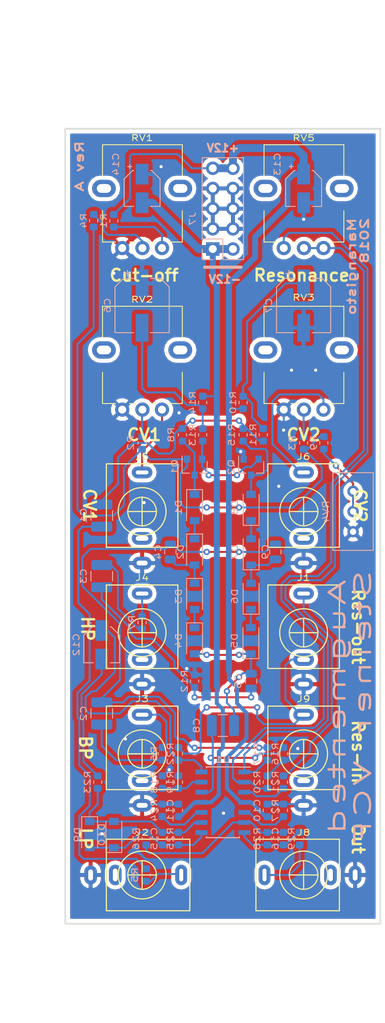
<source format=kicad_pcb>
(kicad_pcb (version 20171130) (host pcbnew "(5.0.1-3-g963ef8bb5)")
  (layers (0 F.Cu signal) (31 B.Cu signal) (34 B.Paste user) (35 F.Paste user) (36 B.SilkS user) (37 F.SilkS user) (38 B.Mask user) (39 F.Mask user) (44 Edge.Cuts user))
  (net 0 "")
  (net 1 "Net-(C1-Pad1)")
  (net 2 "Net-(D8-Pad2)")
  (net 3 "Net-(C16-Pad1)")
  (net 4 "Net-(J8-PadT)")
  (net 5 "Net-(C16-Pad2)")
  (net 6 "Net-(R27-Pad1)")
  (net 7 "Net-(C15-Pad1)")
  (net 8 "Net-(C15-Pad2)")
  (net 9 "Net-(R24-Pad1)")
  (net 10 "Net-(C12-Pad2)")
  (net 11 LoopOut)
  (net 12 "Net-(C12-Pad1)")
  (net 13 "Net-(R21-Pad2)")
  (net 14 LoopIn)
  (net 15 /Resonance)
  (net 16 "Net-(R18-Pad1)")
  (net 17 "Net-(C2-Pad1)")
  (net 18 "Net-(R17-Pad1)")
  (net 19 "Net-(C8-Pad1)")
  (net 20 +12V)
  (net 21 "Net-(R1-Pad1)")
  (net 22 "Net-(C6-Pad2)")
  (net 23 -12V)
  (net 24 "Net-(Q1-Pad2)")
  (net 25 "Net-(C3-Pad1)")
  (net 26 "Net-(C7-Pad1)")
  (net 27 "Net-(R9-Pad2)")
  (net 28 "Net-(Q1-Pad1)")
  (net 29 "Net-(D1-Pad1)")
  (net 30 /HP)
  (net 31 "Net-(C3-Pad2)")
  (net 32 "Net-(C2-Pad2)")
  (net 33 /BP)
  (net 34 /LP)
  (net 35 "Net-(C1-Pad2)")
  (net 36 /CutOff)
  (net 37 "Net-(R3-Pad1)")
  (net 38 "Net-(R2-Pad1)")
  (net 39 "Net-(J8-PadTN)")
  (net 40 "Net-(J9-PadTN)")
  (net 41 "Net-(J6-PadTN)")
  (net 42 /CV2)
  (net 43 /CV1)
  (net 44 "Net-(J5-PadTN)")
  (net 45 "Net-(J4-PadTN)")
  (net 46 "Net-(J3-PadTN)")
  (net 47 "Net-(J2-PadTN)")
  (net 48 "Net-(D7-Pad2)")
  (net 49 "Net-(C9-Pad1)")
  (net 50 "Net-(D5-Pad2)")
  (net 51 "Net-(C5-Pad1)")
  (net 52 "Net-(D3-Pad2)")
  (net 53 "Net-(C4-Pad1)")
  (net 54 "Net-(D1-Pad2)")
  (net 55 GND)
  (module Local:PJ398SM (layer F.Cu) (at 158.66 135.48)
    (fp_text reference J9 (at 0 -6.9) (layer F.SilkS) (effects (font (size 0.75 1) (thickness 0.125))))
    (fp_text value AudioJack2_Ground_Switch)
    (pad T thru_hole oval (at 0 -4.92) (size 2.6 1.5) (drill oval 1.6 0.5) (layers *.Cu *.Mask) (net 11 LoopOut))
    (pad S thru_hole oval (at 0 6.48) (size 2.4 1.6) (drill oval 1.4 0.6) (layers *.Cu *.Mask) (net 55 GND))
    (pad TN thru_hole oval (at 0 3.38) (size 2.6 1.6) (drill oval 1.6 0.6) (layers *.Cu *.Mask) (net 40 "Net-(J9-PadTN)"))
  )
  (module Local:PJ398SM (layer F.Cu) (at 158.66 150.72 90)
    (fp_text reference J8 (at 5.334 0 180) (layer F.SilkS) (effects (font (size 0.75 1) (thickness 0.125))))
    (fp_text value AudioJack2_Ground_Switch)
    (pad T thru_hole oval (at 0 -4.92 90) (size 2.6 1.5) (drill oval 1.6 0.5) (layers *.Cu *.Mask) (net 4 "Net-(J8-PadT)"))
    (pad S thru_hole oval (at 0 6.48 90) (size 2.4 1.6) (drill oval 1.4 0.6) (layers *.Cu *.Mask) (net 55 GND))
    (pad TN thru_hole oval (at 0 3.38 90) (size 2.6 1.6) (drill oval 1.6 0.6) (layers *.Cu *.Mask) (net 39 "Net-(J8-PadTN)"))
  )
  (module Local:PJ398SM (layer F.Cu) (at 138.34 135.48)
    (fp_text reference J3 (at 0 -6.9) (layer F.SilkS) (effects (font (size 0.75 1) (thickness 0.125))))
    (fp_text value AudioJack2_Ground_Switch)
    (pad T thru_hole oval (at 0 -4.92) (size 2.6 1.5) (drill oval 1.6 0.5) (layers *.Cu *.Mask) (net 33 /BP))
    (pad S thru_hole oval (at 0 6.48) (size 2.4 1.6) (drill oval 1.4 0.6) (layers *.Cu *.Mask) (net 55 GND))
    (pad TN thru_hole oval (at 0 3.38) (size 2.6 1.6) (drill oval 1.6 0.6) (layers *.Cu *.Mask) (net 46 "Net-(J3-PadTN)"))
  )
  (module Local:PJ398SM (layer F.Cu) (at 158.66 120.24)
    (fp_text reference J1 (at 0 -6.9) (layer F.SilkS) (effects (font (size 0.75 1) (thickness 0.125))))
    (fp_text value AudioJack2_Ground_Switch)
    (pad T thru_hole oval (at 0 -4.92) (size 2.6 1.5) (drill oval 1.6 0.5) (layers *.Cu *.Mask) (net 14 LoopIn))
    (pad S thru_hole oval (at 0 6.48) (size 2.4 1.6) (drill oval 1.4 0.6) (layers *.Cu *.Mask) (net 55 GND))
    (pad TN thru_hole oval (at 0 3.38) (size 2.6 1.6) (drill oval 1.6 0.6) (layers *.Cu *.Mask) (net 11 LoopOut))
  )
  (module Local:PJ398SM (layer F.Cu) (at 138.34 120.24)
    (fp_text reference J4 (at 0 -6.9) (layer F.SilkS) (effects (font (size 0.75 1) (thickness 0.125))))
    (fp_text value AudioJack2_Ground_Switch)
    (pad T thru_hole oval (at 0 -4.92) (size 2.6 1.5) (drill oval 1.6 0.5) (layers *.Cu *.Mask) (net 30 /HP))
    (pad S thru_hole oval (at 0 6.48) (size 2.4 1.6) (drill oval 1.4 0.6) (layers *.Cu *.Mask) (net 55 GND))
    (pad TN thru_hole oval (at 0 3.38) (size 2.6 1.6) (drill oval 1.6 0.6) (layers *.Cu *.Mask) (net 45 "Net-(J4-PadTN)"))
  )
  (module Local:PJ398SM (layer F.Cu) (at 158.66 105)
    (fp_text reference J6 (at 0 -6.9) (layer F.SilkS) (effects (font (size 0.75 1) (thickness 0.125))))
    (fp_text value AudioJack2_Ground_Switch)
    (pad T thru_hole oval (at 0 -4.92) (size 2.6 1.5) (drill oval 1.6 0.5) (layers *.Cu *.Mask) (net 42 /CV2))
    (pad S thru_hole oval (at 0 6.48) (size 2.4 1.6) (drill oval 1.4 0.6) (layers *.Cu *.Mask) (net 55 GND))
    (pad TN thru_hole oval (at 0 3.38) (size 2.6 1.6) (drill oval 1.6 0.6) (layers *.Cu *.Mask) (net 41 "Net-(J6-PadTN)"))
  )
  (module Local:PJ398SM (layer F.Cu) (at 138.34 105)
    (fp_text reference J5 (at 0 -6.9) (layer F.SilkS) (effects (font (size 0.75 1) (thickness 0.125))))
    (fp_text value AudioJack2_Ground_Switch)
    (pad T thru_hole oval (at 0 -4.92) (size 2.6 1.5) (drill oval 1.6 0.5) (layers *.Cu *.Mask) (net 43 /CV1))
    (pad S thru_hole oval (at 0 6.48) (size 2.4 1.6) (drill oval 1.4 0.6) (layers *.Cu *.Mask) (net 55 GND))
    (pad TN thru_hole oval (at 0 3.38) (size 2.6 1.6) (drill oval 1.6 0.6) (layers *.Cu *.Mask) (net 44 "Net-(J5-PadTN)"))
  )
  (module Local:PJ398SM (layer F.Cu) (at 138.34 150.72 270)
    (fp_text reference J2 (at -5.334 0) (layer F.SilkS) (effects (font (size 0.75 1) (thickness 0.125))))
    (fp_text value AudioJack2_Ground_Switch)
    (pad T thru_hole oval (at 0 -4.92 270) (size 2.6 1.5) (drill oval 1.6 0.5) (layers *.Cu *.Mask) (net 34 /LP))
    (pad S thru_hole oval (at 0 6.48 270) (size 2.4 1.6) (drill oval 1.4 0.6) (layers *.Cu *.Mask) (net 55 GND))
    (pad TN thru_hole oval (at 0 3.38 270) (size 2.6 1.6) (drill oval 1.6 0.6) (layers *.Cu *.Mask) (net 47 "Net-(J2-PadTN)"))
  )
  (module Local:AlpsRK09K (layer F.Cu) (at 158.66 64.36)
    (fp_text reference RV5 (at 0 -6.35 180) (layer F.SilkS) (effects (font (size 0.75 1) (thickness 0.125))))
    (fp_text value 100k)
    (pad "" np_thru_hole oval (at 4.8 0) (size 3 2.2) (drill oval 1.8 1.1) (layers *.Cu *.Mask))
    (pad 3 thru_hole circle (at -2.5 7.50001 90) (size 1.8 1.8) (drill 1) (layers *.Cu *.Mask) (net 18 "Net-(R17-Pad1)"))
    (pad 2 thru_hole circle (at 0.04 7.50001 90) (size 1.8 1.8) (drill 1) (layers *.Cu *.Mask) (net 15 /Resonance))
    (pad 1 thru_hole circle (at 2.5 7.50001 90) (size 1.8 1.8) (drill 1) (layers *.Cu *.Mask) (net 15 /Resonance))
    (pad "" np_thru_hole oval (at -4.8 0) (size 3 2.2) (drill oval 1.8 1.1) (layers *.Cu *.Mask))
  )
  (module Local:AlpsRK09K (layer F.Cu) (at 158.66 84.68)
    (fp_text reference RV3 (at 0 -6.604 180) (layer F.SilkS) (effects (font (size 0.75 1) (thickness 0.125))))
    (fp_text value 100k)
    (pad "" np_thru_hole oval (at 4.8 0) (size 3 2.2) (drill oval 1.8 1.1) (layers *.Cu *.Mask))
    (pad 3 thru_hole circle (at -2.5 7.50001 90) (size 1.8 1.8) (drill 1) (layers *.Cu *.Mask) (net 55 GND))
    (pad 2 thru_hole circle (at 0.04 7.50001 90) (size 1.8 1.8) (drill 1) (layers *.Cu *.Mask) (net 37 "Net-(R3-Pad1)"))
    (pad 1 thru_hole circle (at 2.5 7.50001 90) (size 1.8 1.8) (drill 1) (layers *.Cu *.Mask) (net 42 /CV2))
    (pad "" np_thru_hole oval (at -4.8 0) (size 3 2.2) (drill oval 1.8 1.1) (layers *.Cu *.Mask))
  )
  (module Local:AlpsRK09K (layer F.Cu) (at 138.34 84.68)
    (fp_text reference RV2 (at 0 -6.35 180) (layer F.SilkS) (effects (font (size 0.75 1) (thickness 0.125))))
    (fp_text value 100k)
    (pad "" np_thru_hole oval (at 4.8 0) (size 3 2.2) (drill oval 1.8 1.1) (layers *.Cu *.Mask))
    (pad 3 thru_hole circle (at -2.5 7.50001 90) (size 1.8 1.8) (drill 1) (layers *.Cu *.Mask) (net 55 GND))
    (pad 2 thru_hole circle (at 0.04 7.50001 90) (size 1.8 1.8) (drill 1) (layers *.Cu *.Mask) (net 38 "Net-(R2-Pad1)"))
    (pad 1 thru_hole circle (at 2.5 7.50001 90) (size 1.8 1.8) (drill 1) (layers *.Cu *.Mask) (net 43 /CV1))
    (pad "" np_thru_hole oval (at -4.8 0) (size 3 2.2) (drill oval 1.8 1.1) (layers *.Cu *.Mask))
  )
  (module Local:AlpsRK09K (layer F.Cu) (at 138.34 64.36)
    (fp_text reference RV1 (at 0 -6.35 180) (layer F.SilkS) (effects (font (size 0.75 1) (thickness 0.125))))
    (fp_text value 100k)
    (pad "" np_thru_hole oval (at 4.8 0) (size 3 2.2) (drill oval 1.8 1.1) (layers *.Cu *.Mask))
    (pad 3 thru_hole circle (at -2.5 7.50001 90) (size 1.8 1.8) (drill 1) (layers *.Cu *.Mask) (net 55 GND))
    (pad 2 thru_hole circle (at 0.04 7.50001 90) (size 1.8 1.8) (drill 1) (layers *.Cu *.Mask) (net 36 /CutOff))
    (pad 1 thru_hole circle (at 2.5 7.50001 90) (size 1.8 1.8) (drill 1) (layers *.Cu *.Mask) (net 21 "Net-(R1-Pad1)"))
    (pad "" np_thru_hole oval (at -4.8 0) (size 3 2.2) (drill oval 1.8 1.1) (layers *.Cu *.Mask))
  )
  (module Capacitor_SMD:CP_Elec_4x5.8 (layer B.Cu) (at 133.26 121.764 270)
    (fp_text reference C12 (at 0 3.2 270) (layer B.SilkS) (effects (font (size 0.75 1) (thickness 0.125)) (justify mirror)))
    (fp_text value 10u)
    (pad 1 smd rect (at -1.8 0 270) (size 2.6 1.6) (layers B.Cu B.Paste B.Mask) (net 12 "Net-(C12-Pad1)"))
    (pad 2 smd rect (at 1.8 0 270) (size 2.6 1.6) (layers B.Cu B.Paste B.Mask) (net 10 "Net-(C12-Pad2)"))
  )
  (module Capacitor_SMD:CP_Elec_4x5.8 (layer B.Cu) (at 138.34 64.36 270)
    (fp_text reference C14 (at -3.048 3.302 270) (layer B.SilkS) (effects (font (size 0.75 1) (thickness 0.125)) (justify mirror)))
    (fp_text value 10u)
    (pad 2 smd rect (at 1.8 0 270) (size 2.6 1.6) (layers B.Cu B.Paste B.Mask) (net 23 -12V))
    (pad 1 smd rect (at -1.8 0 270) (size 2.6 1.6) (layers B.Cu B.Paste B.Mask) (net 55 GND))
  )
  (module Capacitor_SMD:CP_Elec_4x5.8 (layer B.Cu) (at 158.66 64.36 270)
    (fp_text reference C13 (at -3.048 3.302 270) (layer B.SilkS) (effects (font (size 0.75 1) (thickness 0.125)) (justify mirror)))
    (fp_text value 10u)
    (pad 1 smd rect (at -1.8 0 270) (size 2.6 1.6) (layers B.Cu B.Paste B.Mask) (net 20 +12V))
    (pad 2 smd rect (at 1.8 0 270) (size 2.6 1.6) (layers B.Cu B.Paste B.Mask) (net 55 GND))
  )
  (module Capacitor_SMD:CP_Elec_6.3x5.4 (layer B.Cu) (at 138.34 79.092 270)
    (fp_text reference C6 (at 0 4.35 270) (layer B.SilkS) (effects (font (size 0.75 1) (thickness 0.125)) (justify mirror)))
    (fp_text value 47u)
    (pad 2 smd rect (at 2.8 0 270) (size 3.5 1.6) (layers B.Cu B.Paste B.Mask) (net 22 "Net-(C6-Pad2)"))
    (pad 1 smd rect (at -2.8 0 270) (size 3.5 1.6) (layers B.Cu B.Paste B.Mask) (net 55 GND))
  )
  (module Capacitor_SMD:CP_Elec_6.3x5.4 (layer B.Cu) (at 158.66 79.092 270)
    (fp_text reference C7 (at 0 4.35 270) (layer B.SilkS) (effects (font (size 0.75 1) (thickness 0.125)) (justify mirror)))
    (fp_text value 47u)
    (pad 1 smd rect (at -2.8 0 270) (size 3.5 1.6) (layers B.Cu B.Paste B.Mask) (net 26 "Net-(C7-Pad1)"))
    (pad 2 smd rect (at 2.8 0 270) (size 3.5 1.6) (layers B.Cu B.Paste B.Mask) (net 55 GND))
  )
  (module Capacitor_SMD:C_0603_1608Metric (layer B.Cu) (at 156.12 146.148 90)
    (fp_text reference C16 (at 0 -1.016 90) (layer B.SilkS) (effects (font (size 0.75 1) (thickness 0.125)) (justify mirror)))
    (fp_text value 22p)
    (pad 2 smd roundrect (at 0.7875 0 90) (size 0.875 0.95) (layers B.Cu B.Paste B.Mask) (net 5 "Net-(C16-Pad2)"))
    (pad 1 smd roundrect (at -0.7875 0 90) (size 0.875 0.95) (layers B.Cu B.Paste B.Mask) (net 3 "Net-(C16-Pad1)"))
  )
  (module Capacitor_SMD:C_0603_1608Metric (layer B.Cu) (at 140.88 146.148 90)
    (fp_text reference C15 (at 0 -1.016 90) (layer B.SilkS) (effects (font (size 0.75 1) (thickness 0.125)) (justify mirror)))
    (fp_text value 22p)
    (pad 1 smd roundrect (at -0.7875 0 90) (size 0.875 0.95) (layers B.Cu B.Paste B.Mask) (net 7 "Net-(C15-Pad1)"))
    (pad 2 smd roundrect (at 0.7875 0 90) (size 0.875 0.95) (layers B.Cu B.Paste B.Mask) (net 8 "Net-(C15-Pad2)"))
  )
  (module Capacitor_SMD:C_0603_1608Metric (layer B.Cu) (at 154.088 142.592 90)
    (fp_text reference C10 (at 0 -1.27 90) (layer B.SilkS) (effects (font (size 0.75 1) (thickness 0.125)) (justify mirror)))
    (fp_text value 100n)
    (pad 2 smd roundrect (at 0.7875 0 90) (size 0.875 0.95) (layers B.Cu B.Paste B.Mask) (net 55 GND))
    (pad 1 smd roundrect (at -0.7875 0 90) (size 0.875 0.95) (layers B.Cu B.Paste B.Mask) (net 20 +12V))
  )
  (module Capacitor_SMD:C_0603_1608Metric (layer B.Cu) (at 142.912 142.592 270)
    (fp_text reference C11 (at 0 1.016 270) (layer B.SilkS) (effects (font (size 0.75 1) (thickness 0.125)) (justify mirror)))
    (fp_text value 100n)
    (pad 1 smd roundrect (at -0.7875 0 270) (size 0.875 0.95) (layers B.Cu B.Paste B.Mask) (net 55 GND))
    (pad 2 smd roundrect (at 0.7875 0 270) (size 0.875 0.95) (layers B.Cu B.Paste B.Mask) (net 23 -12V))
  )
  (module Capacitor_SMD:C_0805_2012Metric (layer B.Cu) (at 141.896 110.08 90)
    (fp_text reference C4 (at 0 -1.524 90) (layer B.SilkS) (effects (font (size 0.75 1) (thickness 0.125)) (justify mirror)))
    (fp_text value 2n2)
    (pad 1 smd roundrect (at -0.9375 0 90) (size 0.975 1.4) (layers B.Cu B.Paste B.Mask) (net 53 "Net-(C4-Pad1)"))
    (pad 2 smd roundrect (at 0.9375 0 90) (size 0.975 1.4) (layers B.Cu B.Paste B.Mask) (net 17 "Net-(C2-Pad1)"))
  )
  (module Capacitor_SMD:C_0805_2012Metric (layer B.Cu) (at 152.056 126.336 270)
    (fp_text reference C5 (at 0 1.65 270) (layer B.SilkS) (effects (font (size 0.75 1) (thickness 0.125)) (justify mirror)))
    (fp_text value 2n2)
    (pad 2 smd roundrect (at 0.9375 0 270) (size 0.975 1.4) (layers B.Cu B.Paste B.Mask) (net 25 "Net-(C3-Pad1)"))
    (pad 1 smd roundrect (at -0.9375 0 270) (size 0.975 1.4) (layers B.Cu B.Paste B.Mask) (net 51 "Net-(C5-Pad1)"))
  )
  (module Capacitor_SMD:C_0805_2012Metric (layer B.Cu) (at 155.104 110.08 90)
    (fp_text reference C9 (at 0 -1.27 90) (layer B.SilkS) (effects (font (size 0.75 1) (thickness 0.125)) (justify mirror)))
    (fp_text value 2n2)
    (pad 1 smd roundrect (at -0.9375 0 90) (size 0.975 1.4) (layers B.Cu B.Paste B.Mask) (net 49 "Net-(C9-Pad1)"))
    (pad 2 smd roundrect (at 0.9375 0 90) (size 0.975 1.4) (layers B.Cu B.Paste B.Mask) (net 17 "Net-(C2-Pad1)"))
  )
  (module Capacitor_SMD:C_1210_3225Metric (layer B.Cu) (at 133.26 130.4 270)
    (fp_text reference C2 (at 0 2.28 270) (layer B.SilkS) (effects (font (size 0.75 1) (thickness 0.125)) (justify mirror)))
    (fp_text value 1u)
    (pad 2 smd roundrect (at 1.4 0 270) (size 1.25 2.65) (layers B.Cu B.Paste B.Mask) (roundrect_rratio 0.2) (net 32 "Net-(C2-Pad2)"))
    (pad 1 smd roundrect (at -1.4 0 270) (size 1.25 2.65) (layers B.Cu B.Paste B.Mask) (roundrect_rratio 0.2) (net 17 "Net-(C2-Pad1)"))
  )
  (module Capacitor_SMD:C_1210_3225Metric (layer B.Cu) (at 133.26 113.128 90)
    (fp_text reference C3 (at 0 -2.286 90) (layer B.SilkS) (effects (font (size 0.75 1) (thickness 0.125)) (justify mirror)))
    (fp_text value 1u)
    (pad 1 smd roundrect (at -1.4 0 90) (size 1.25 2.65) (layers B.Cu B.Paste B.Mask) (roundrect_rratio 0.2) (net 25 "Net-(C3-Pad1)"))
    (pad 2 smd roundrect (at 1.4 0 90) (size 1.25 2.65) (layers B.Cu B.Paste B.Mask) (roundrect_rratio 0.2) (net 31 "Net-(C3-Pad2)"))
  )
  (module Capacitor_SMD:C_1210_3225Metric (layer B.Cu) (at 148.5 131.924)
    (fp_text reference C8 (at -3.302 0 90) (layer B.SilkS) (effects (font (size 0.75 1) (thickness 0.125)) (justify mirror)))
    (fp_text value 1u)
    (pad 2 smd roundrect (at 1.4 0) (size 1.25 2.65) (layers B.Cu B.Paste B.Mask) (roundrect_rratio 0.2) (net 51 "Net-(C5-Pad1)"))
    (pad 1 smd roundrect (at -1.4 0) (size 1.25 2.65) (layers B.Cu B.Paste B.Mask) (roundrect_rratio 0.2) (net 19 "Net-(C8-Pad1)"))
  )
  (module Capacitor_SMD:C_1210_3225Metric (layer B.Cu) (at 133.26 105.508 270)
    (fp_text reference C1 (at 0 2.28 270) (layer B.SilkS) (effects (font (size 0.75 1) (thickness 0.125)) (justify mirror)))
    (fp_text value 1u)
    (pad 1 smd roundrect (at -1.4 0 270) (size 1.25 2.65) (layers B.Cu B.Paste B.Mask) (roundrect_rratio 0.2) (net 1 "Net-(C1-Pad1)"))
    (pad 2 smd roundrect (at 1.4 0 270) (size 1.25 2.65) (layers B.Cu B.Paste B.Mask) (roundrect_rratio 0.2) (net 35 "Net-(C1-Pad2)"))
  )
  (module Connector_PinHeader_2.54mm:PinHeader_2x05_P2.54mm_Vertical (layer B.Cu) (at 147.23 71.98)
    (fp_text reference J7 (at -2.54 -3.81 90) (layer B.SilkS) (effects (font (size 0.75 1) (thickness 0.125)) (justify mirror)))
    (fp_text value Conn_02x05_Odd_Even)
    (pad 1 thru_hole rect (at 0 0) (size 1.7 1.7) (drill 1) (layers *.Cu *.Mask) (net 23 -12V))
    (pad 2 thru_hole oval (at 2.54 0) (size 1.7 1.7) (drill 1) (layers *.Cu *.Mask) (net 23 -12V))
    (pad 3 thru_hole oval (at 0 -2.54) (size 1.7 1.7) (drill 1) (layers *.Cu *.Mask) (net 55 GND))
    (pad 4 thru_hole oval (at 2.54 -2.54) (size 1.7 1.7) (drill 1) (layers *.Cu *.Mask) (net 55 GND))
    (pad 5 thru_hole oval (at 0 -5.08) (size 1.7 1.7) (drill 1) (layers *.Cu *.Mask) (net 55 GND))
    (pad 6 thru_hole oval (at 2.54 -5.08) (size 1.7 1.7) (drill 1) (layers *.Cu *.Mask) (net 55 GND))
    (pad 7 thru_hole oval (at 0 -7.62) (size 1.7 1.7) (drill 1) (layers *.Cu *.Mask) (net 55 GND))
    (pad 8 thru_hole oval (at 2.54 -7.62) (size 1.7 1.7) (drill 1) (layers *.Cu *.Mask) (net 55 GND))
    (pad 9 thru_hole oval (at 0 -10.16) (size 1.7 1.7) (drill 1) (layers *.Cu *.Mask) (net 20 +12V))
    (pad 10 thru_hole oval (at 2.54 -10.16) (size 1.7 1.7) (drill 1) (layers *.Cu *.Mask) (net 20 +12V))
  )
  (module Diode_SMD:D_SOD-123 (layer B.Cu) (at 144.944 104.492 270)
    (fp_text reference D1 (at 0 2 270) (layer B.SilkS) (effects (font (size 0.75 1) (thickness 0.125)) (justify mirror)))
    (fp_text value 1N4148W)
    (pad 2 smd rect (at 1.65 0 270) (size 0.9 1.2) (layers B.Cu B.Paste B.Mask) (net 54 "Net-(D1-Pad2)"))
    (pad 1 smd rect (at -1.65 0 270) (size 0.9 1.2) (layers B.Cu B.Paste B.Mask) (net 29 "Net-(D1-Pad1)"))
  )
  (module Diode_SMD:D_SOD-123 (layer B.Cu) (at 144.944 110.08 270)
    (fp_text reference D2 (at 0 1.778 270) (layer B.SilkS) (effects (font (size 0.75 1) (thickness 0.125)) (justify mirror)))
    (fp_text value 1N4148W)
    (pad 1 smd rect (at -1.65 0 270) (size 0.9 1.2) (layers B.Cu B.Paste B.Mask) (net 54 "Net-(D1-Pad2)"))
    (pad 2 smd rect (at 1.65 0 270) (size 0.9 1.2) (layers B.Cu B.Paste B.Mask) (net 53 "Net-(C4-Pad1)"))
  )
  (module Diode_SMD:D_SOD-123 (layer B.Cu) (at 144.944 115.668 270)
    (fp_text reference D3 (at 0 2 270) (layer B.SilkS) (effects (font (size 0.75 1) (thickness 0.125)) (justify mirror)))
    (fp_text value 1N4148W)
    (pad 2 smd rect (at 1.65 0 270) (size 0.9 1.2) (layers B.Cu B.Paste B.Mask) (net 52 "Net-(D3-Pad2)"))
    (pad 1 smd rect (at -1.65 0 270) (size 0.9 1.2) (layers B.Cu B.Paste B.Mask) (net 53 "Net-(C4-Pad1)"))
  )
  (module Diode_SMD:D_SOD-123 (layer B.Cu) (at 144.944 121.256 270)
    (fp_text reference D4 (at 0 2 270) (layer B.SilkS) (effects (font (size 0.75 1) (thickness 0.125)) (justify mirror)))
    (fp_text value 1N4148W)
    (pad 1 smd rect (at -1.65 0 270) (size 0.9 1.2) (layers B.Cu B.Paste B.Mask) (net 52 "Net-(D3-Pad2)"))
    (pad 2 smd rect (at 1.65 0 270) (size 0.9 1.2) (layers B.Cu B.Paste B.Mask) (net 51 "Net-(C5-Pad1)"))
  )
  (module Diode_SMD:D_SOD-123 (layer B.Cu) (at 152.025683 121.256 90)
    (fp_text reference D5 (at 0 -2.064 90) (layer B.SilkS) (effects (font (size 0.75 1) (thickness 0.125)) (justify mirror)))
    (fp_text value 1N4148W)
    (pad 2 smd rect (at 1.65 0 90) (size 0.9 1.2) (layers B.Cu B.Paste B.Mask) (net 50 "Net-(D5-Pad2)"))
    (pad 1 smd rect (at -1.65 0 90) (size 0.9 1.2) (layers B.Cu B.Paste B.Mask) (net 51 "Net-(C5-Pad1)"))
  )
  (module Diode_SMD:D_SOD-123 (layer B.Cu) (at 152.056 115.668 90)
    (fp_text reference D6 (at 0 -2.064 90) (layer B.SilkS) (effects (font (size 0.75 1) (thickness 0.125)) (justify mirror)))
    (fp_text value 1N4148W)
    (pad 1 smd rect (at -1.65 0 90) (size 0.9 1.2) (layers B.Cu B.Paste B.Mask) (net 50 "Net-(D5-Pad2)"))
    (pad 2 smd rect (at 1.65 0 90) (size 0.9 1.2) (layers B.Cu B.Paste B.Mask) (net 49 "Net-(C9-Pad1)"))
  )
  (module Diode_SMD:D_SOD-123 (layer B.Cu) (at 152.056 110.08 90)
    (fp_text reference D7 (at 0 -2.064 90) (layer B.SilkS) (effects (font (size 0.75 1) (thickness 0.125)) (justify mirror)))
    (fp_text value 1N4148W)
    (pad 2 smd rect (at 1.65 0 90) (size 0.9 1.2) (layers B.Cu B.Paste B.Mask) (net 48 "Net-(D7-Pad2)"))
    (pad 1 smd rect (at -1.65 0 90) (size 0.9 1.2) (layers B.Cu B.Paste B.Mask) (net 49 "Net-(C9-Pad1)"))
  )
  (module Diode_SMD:D_SOD-123 (layer B.Cu) (at 152.056 104.492 90)
    (fp_text reference D8 (at 0 -2.064 90) (layer B.SilkS) (effects (font (size 0.75 1) (thickness 0.125)) (justify mirror)))
    (fp_text value 1N4148W)
    (pad 1 smd rect (at -1.65 0 90) (size 0.9 1.2) (layers B.Cu B.Paste B.Mask) (net 48 "Net-(D7-Pad2)"))
    (pad 2 smd rect (at 1.65 0 90) (size 0.9 1.2) (layers B.Cu B.Paste B.Mask) (net 2 "Net-(D8-Pad2)"))
  )
  (module Diode_SMD:D_SOD-123 (layer B.Cu) (at 131.736 145.64 270)
    (fp_text reference D9 (at 0 1.524 270) (layer B.SilkS) (effects (font (size 0.75 1) (thickness 0.125)) (justify mirror)))
    (fp_text value 1N4148W)
    (pad 2 smd rect (at 1.65 0 270) (size 0.9 1.2) (layers B.Cu B.Paste B.Mask) (net 7 "Net-(C15-Pad1)"))
    (pad 1 smd rect (at -1.65 0 270) (size 0.9 1.2) (layers B.Cu B.Paste B.Mask) (net 8 "Net-(C15-Pad2)"))
  )
  (module Diode_SMD:D_SOD-123 (layer B.Cu) (at 134.784 145.64 90)
    (fp_text reference D10 (at 0 -1.524 90) (layer B.SilkS) (effects (font (size 0.75 1) (thickness 0.125)) (justify mirror)))
    (fp_text value 1N4148W)
    (pad 1 smd rect (at -1.65 0 90) (size 0.9 1.2) (layers B.Cu B.Paste B.Mask) (net 7 "Net-(C15-Pad1)"))
    (pad 2 smd rect (at 1.65 0 90) (size 0.9 1.2) (layers B.Cu B.Paste B.Mask) (net 8 "Net-(C15-Pad2)"))
  )
  (module Package_SO:SOIC-14_3.9x8.7mm_P1.27mm (layer B.Cu) (at 148.5 141.576 180)
    (fp_text reference U1 (at 0 5.375 180) (layer B.SilkS) (effects (font (size 0.75 1) (thickness 0.125)) (justify mirror)))
    (fp_text value TL074)
    (pad 1 smd rect (at -2.7 3.81 180) (size 1.5 0.6) (layers B.Cu B.Paste B.Mask) (net 18 "Net-(R17-Pad1)"))
    (pad 2 smd rect (at -2.7 2.54 180) (size 1.5 0.6) (layers B.Cu B.Paste B.Mask) (net 15 /Resonance))
    (pad 3 smd rect (at -2.7 1.27 180) (size 1.5 0.6) (layers B.Cu B.Paste B.Mask) (net 13 "Net-(R21-Pad2)"))
    (pad 4 smd rect (at -2.7 0 180) (size 1.5 0.6) (layers B.Cu B.Paste B.Mask) (net 20 +12V))
    (pad 5 smd rect (at -2.7 -1.27 180) (size 1.5 0.6) (layers B.Cu B.Paste B.Mask) (net 6 "Net-(R27-Pad1)"))
    (pad 6 smd rect (at -2.7 -2.54 180) (size 1.5 0.6) (layers B.Cu B.Paste B.Mask) (net 5 "Net-(C16-Pad2)"))
    (pad 7 smd rect (at -2.7 -3.81 180) (size 1.5 0.6) (layers B.Cu B.Paste B.Mask) (net 3 "Net-(C16-Pad1)"))
    (pad 8 smd rect (at 2.7 -3.81 180) (size 1.5 0.6) (layers B.Cu B.Paste B.Mask) (net 7 "Net-(C15-Pad1)"))
    (pad 9 smd rect (at 2.7 -2.54 180) (size 1.5 0.6) (layers B.Cu B.Paste B.Mask) (net 8 "Net-(C15-Pad2)"))
    (pad 10 smd rect (at 2.7 -1.27 180) (size 1.5 0.6) (layers B.Cu B.Paste B.Mask) (net 9 "Net-(R24-Pad1)"))
    (pad 11 smd rect (at 2.7 0 180) (size 1.5 0.6) (layers B.Cu B.Paste B.Mask) (net 23 -12V))
    (pad 12 smd rect (at 2.7 1.27 180) (size 1.5 0.6) (layers B.Cu B.Paste B.Mask) (net 19 "Net-(C8-Pad1)"))
    (pad 13 smd rect (at 2.7 2.54 180) (size 1.5 0.6) (layers B.Cu B.Paste B.Mask) (net 16 "Net-(R18-Pad1)"))
    (pad 14 smd rect (at 2.7 3.81 180) (size 1.5 0.6) (layers B.Cu B.Paste B.Mask) (net 12 "Net-(C12-Pad1)"))
  )
  (module Package_TO_SOT_SMD:SOT-23 (layer B.Cu) (at 144.944 99.412 270)
    (fp_text reference Q1 (at 0 2.5 270) (layer B.SilkS) (effects (font (size 0.75 1) (thickness 0.125)) (justify mirror)))
    (fp_text value BC847)
    (pad 3 smd rect (at 1 0 270) (size 0.9 0.8) (layers B.Cu B.Paste B.Mask) (net 29 "Net-(D1-Pad1)"))
    (pad 2 smd rect (at -1 -0.95 270) (size 0.9 0.8) (layers B.Cu B.Paste B.Mask) (net 24 "Net-(Q1-Pad2)"))
    (pad 1 smd rect (at -1 0.95 270) (size 0.9 0.8) (layers B.Cu B.Paste B.Mask) (net 28 "Net-(Q1-Pad1)"))
  )
  (module Package_TO_SOT_SMD:SOT-23 (layer B.Cu) (at 152.056 99.412 270)
    (fp_text reference Q2 (at 0 2.5 270) (layer B.SilkS) (effects (font (size 0.75 1) (thickness 0.125)) (justify mirror)))
    (fp_text value BC847)
    (pad 1 smd rect (at -1 0.95 270) (size 0.9 0.8) (layers B.Cu B.Paste B.Mask) (net 55 GND))
    (pad 2 smd rect (at -1 -0.95 270) (size 0.9 0.8) (layers B.Cu B.Paste B.Mask) (net 24 "Net-(Q1-Pad2)"))
    (pad 3 smd rect (at 1 0 270) (size 0.9 0.8) (layers B.Cu B.Paste B.Mask) (net 2 "Net-(D8-Pad2)"))
  )
  (module Potentiometer_THT:Potentiometer_Bourns_3296W_Vertical (layer B.Cu) (at 164.883 102.46 90)
    (fp_text reference RV4 (at -2.54 -3.429 90) (layer B.SilkS) (effects (font (size 0.75 1) (thickness 0.125)) (justify mirror)))
    (fp_text value 2k)
    (pad 1 thru_hole circle (at 0 0 90) (size 1.44 1.44) (drill 0.8) (layers *.Cu *.Mask) (net 27 "Net-(R9-Pad2)"))
    (pad 2 thru_hole circle (at -2.54 0 90) (size 1.44 1.44) (drill 0.8) (layers *.Cu *.Mask) (net 27 "Net-(R9-Pad2)"))
    (pad 3 thru_hole circle (at -5.08 0 90) (size 1.44 1.44) (drill 0.8) (layers *.Cu *.Mask) (net 55 GND))
  )
  (module Resistor_SMD:R_0603_1608Metric (layer B.Cu) (at 138.34 96.364 270)
    (fp_text reference R2 (at 0 1.43 270) (layer B.SilkS) (effects (font (size 0.75 1) (thickness 0.125)) (justify mirror)))
    (fp_text value 220k)
    (pad 1 smd roundrect (at -0.7875 0 270) (size 0.875 0.95) (layers B.Cu B.Paste B.Mask) (net 38 "Net-(R2-Pad1)"))
    (pad 2 smd roundrect (at 0.7875 0 270) (size 0.875 0.95) (layers B.Cu B.Paste B.Mask) (net 28 "Net-(Q1-Pad1)"))
  )
  (module Resistor_SMD:R_0603_1608Metric (layer B.Cu) (at 158.66 96.364 270)
    (fp_text reference R3 (at 0 1.43 270) (layer B.SilkS) (effects (font (size 0.75 1) (thickness 0.125)) (justify mirror)))
    (fp_text value 220k)
    (pad 2 smd roundrect (at 0.7875 0 270) (size 0.875 0.95) (layers B.Cu B.Paste B.Mask) (net 28 "Net-(Q1-Pad1)"))
    (pad 1 smd roundrect (at -0.7875 0 270) (size 0.875 0.95) (layers B.Cu B.Paste B.Mask) (net 37 "Net-(R3-Pad1)"))
  )
  (module Resistor_SMD:R_0603_1608Metric (layer B.Cu) (at 132.244 68.424 90)
    (fp_text reference R4 (at 0 -1.27 90) (layer B.SilkS) (effects (font (size 0.75 1) (thickness 0.125)) (justify mirror)))
    (fp_text value 220k)
    (pad 1 smd roundrect (at -0.7875 0 90) (size 0.875 0.95) (layers B.Cu B.Paste B.Mask) (net 28 "Net-(Q1-Pad1)"))
    (pad 2 smd roundrect (at 0.7875 0 90) (size 0.875 0.95) (layers B.Cu B.Paste B.Mask) (net 36 /CutOff))
  )
  (module Resistor_SMD:R_0603_1608Metric (layer B.Cu) (at 138.848 150.72 270)
    (fp_text reference R5 (at 0 1.43 270) (layer B.SilkS) (effects (font (size 0.75 1) (thickness 0.125)) (justify mirror)))
    (fp_text value 56k)
    (pad 2 smd roundrect (at 0.7875 0 270) (size 0.875 0.95) (layers B.Cu B.Paste B.Mask) (net 34 /LP))
    (pad 1 smd roundrect (at -0.7875 0 270) (size 0.875 0.95) (layers B.Cu B.Paste B.Mask) (net 35 "Net-(C1-Pad2)"))
  )
  (module Resistor_SMD:R_0603_1608Metric (layer B.Cu) (at 140.88 135.48 90)
    (fp_text reference R6 (at 0 -1.016 90) (layer B.SilkS) (effects (font (size 0.75 1) (thickness 0.125)) (justify mirror)))
    (fp_text value 56k)
    (pad 1 smd roundrect (at -0.7875 0 90) (size 0.875 0.95) (layers B.Cu B.Paste B.Mask) (net 32 "Net-(C2-Pad2)"))
    (pad 2 smd roundrect (at 0.7875 0 90) (size 0.875 0.95) (layers B.Cu B.Paste B.Mask) (net 33 /BP))
  )
  (module Resistor_SMD:R_0603_1608Metric (layer B.Cu) (at 138.34 118.97 90)
    (fp_text reference R7 (at 0 -1.27 90) (layer B.SilkS) (effects (font (size 0.75 1) (thickness 0.125)) (justify mirror)))
    (fp_text value 56k)
    (pad 2 smd roundrect (at 0.7875 0 90) (size 0.875 0.95) (layers B.Cu B.Paste B.Mask) (net 30 /HP))
    (pad 1 smd roundrect (at -0.7875 0 90) (size 0.875 0.95) (layers B.Cu B.Paste B.Mask) (net 31 "Net-(C3-Pad2)"))
  )
  (module Resistor_SMD:R_0603_1608Metric (layer B.Cu) (at 143.42 95.348 270)
    (fp_text reference R8 (at 0 1.43 270) (layer B.SilkS) (effects (font (size 0.75 1) (thickness 0.125)) (justify mirror)))
    (fp_text value 2k2)
    (pad 1 smd roundrect (at -0.7875 0 270) (size 0.875 0.95) (layers B.Cu B.Paste B.Mask) (net 1 "Net-(C1-Pad1)"))
    (pad 2 smd roundrect (at 0.7875 0 270) (size 0.875 0.95) (layers B.Cu B.Paste B.Mask) (net 29 "Net-(D1-Pad1)"))
  )
  (module Resistor_SMD:R_0603_1608Metric (layer B.Cu) (at 161.2 96.364 270)
    (fp_text reference R9 (at 0 1.27 270) (layer B.SilkS) (effects (font (size 0.75 1) (thickness 0.125)) (justify mirror)))
    (fp_text value 470)
    (pad 2 smd roundrect (at 0.7875 0 270) (size 0.875 0.95) (layers B.Cu B.Paste B.Mask) (net 27 "Net-(R9-Pad2)"))
    (pad 1 smd roundrect (at -0.7875 0 270) (size 0.875 0.95) (layers B.Cu B.Paste B.Mask) (net 28 "Net-(Q1-Pad1)"))
  )
  (module Resistor_SMD:R_0603_1608Metric (layer B.Cu) (at 151.04 91.284 90)
    (fp_text reference R10 (at 0 -1.27 90) (layer B.SilkS) (effects (font (size 0.75 1) (thickness 0.125)) (justify mirror)))
    (fp_text value 390)
    (pad 1 smd roundrect (at -0.7875 0 90) (size 0.875 0.95) (layers B.Cu B.Paste B.Mask) (net 20 +12V))
    (pad 2 smd roundrect (at 0.7875 0 90) (size 0.875 0.95) (layers B.Cu B.Paste B.Mask) (net 26 "Net-(C7-Pad1)"))
  )
  (module Resistor_SMD:R_0603_1608Metric (layer B.Cu) (at 153.58 95.348 90)
    (fp_text reference R11 (at 0 -1.27 90) (layer B.SilkS) (effects (font (size 0.75 1) (thickness 0.125)) (justify mirror)))
    (fp_text value 1k)
    (pad 2 smd roundrect (at 0.7875 0 90) (size 0.875 0.95) (layers B.Cu B.Paste B.Mask) (net 26 "Net-(C7-Pad1)"))
    (pad 1 smd roundrect (at -0.7875 0 90) (size 0.875 0.95) (layers B.Cu B.Paste B.Mask) (net 1 "Net-(C1-Pad1)"))
  )
  (module Resistor_SMD:R_0603_1608Metric (layer B.Cu) (at 144.944 126.336 90)
    (fp_text reference R12 (at 0 -1.27 90) (layer B.SilkS) (effects (font (size 0.75 1) (thickness 0.125)) (justify mirror)))
    (fp_text value 1k)
    (pad 1 smd roundrect (at -0.7875 0 90) (size 0.875 0.95) (layers B.Cu B.Paste B.Mask) (net 25 "Net-(C3-Pad1)"))
    (pad 2 smd roundrect (at 0.7875 0 90) (size 0.875 0.95) (layers B.Cu B.Paste B.Mask) (net 55 GND))
  )
  (module Resistor_SMD:R_0603_1608Metric (layer B.Cu) (at 145.96 95.348 90)
    (fp_text reference R13 (at 0 -1.27 90) (layer B.SilkS) (effects (font (size 0.75 1) (thickness 0.125)) (justify mirror)))
    (fp_text value 3K3)
    (pad 2 smd roundrect (at 0.7875 0 90) (size 0.875 0.95) (layers B.Cu B.Paste B.Mask) (net 22 "Net-(C6-Pad2)"))
    (pad 1 smd roundrect (at -0.7875 0 90) (size 0.875 0.95) (layers B.Cu B.Paste B.Mask) (net 24 "Net-(Q1-Pad2)"))
  )
  (module Resistor_SMD:R_0603_1608Metric (layer B.Cu) (at 145.96 91.284 90)
    (fp_text reference R14 (at 0 -1.27 90) (layer B.SilkS) (effects (font (size 0.75 1) (thickness 0.125)) (justify mirror)))
    (fp_text value 82)
    (pad 1 smd roundrect (at -0.7875 0 90) (size 0.875 0.95) (layers B.Cu B.Paste B.Mask) (net 22 "Net-(C6-Pad2)"))
    (pad 2 smd roundrect (at 0.7875 0 90) (size 0.875 0.95) (layers B.Cu B.Paste B.Mask) (net 23 -12V))
  )
  (module Resistor_SMD:R_0603_1608Metric (layer B.Cu) (at 134.784 68.424 90)
    (fp_text reference R1 (at 0 -1.27 90) (layer B.SilkS) (effects (font (size 0.75 1) (thickness 0.125)) (justify mirror)))
    (fp_text value 100k)
    (pad 2 smd roundrect (at 0.7875 0 90) (size 0.875 0.95) (layers B.Cu B.Paste B.Mask) (net 20 +12V))
    (pad 1 smd roundrect (at -0.7875 0 90) (size 0.875 0.95) (layers B.Cu B.Paste B.Mask) (net 21 "Net-(R1-Pad1)"))
  )
  (module Resistor_SMD:R_0603_1608Metric (layer B.Cu) (at 156.12 135.48 270)
    (fp_text reference R16 (at 0 1.016 270) (layer B.SilkS) (effects (font (size 0.75 1) (thickness 0.125)) (justify mirror)))
    (fp_text value 2200k)
    (pad 1 smd roundrect (at -0.7875 0 270) (size 0.875 0.95) (layers B.Cu B.Paste B.Mask) (net 19 "Net-(C8-Pad1)"))
    (pad 2 smd roundrect (at 0.7875 0 270) (size 0.875 0.95) (layers B.Cu B.Paste B.Mask) (net 55 GND))
  )
  (module Resistor_SMD:R_0603_1608Metric (layer B.Cu) (at 154.088 135.48 90)
    (fp_text reference R17 (at 0 -1.27 90) (layer B.SilkS) (effects (font (size 0.75 1) (thickness 0.125)) (justify mirror)))
    (fp_text value 1k)
    (pad 2 smd roundrect (at 0.7875 0 90) (size 0.875 0.95) (layers B.Cu B.Paste B.Mask) (net 17 "Net-(C2-Pad1)"))
    (pad 1 smd roundrect (at -0.7875 0 90) (size 0.875 0.95) (layers B.Cu B.Paste B.Mask) (net 18 "Net-(R17-Pad1)"))
  )
  (module Resistor_SMD:R_0603_1608Metric (layer B.Cu) (at 140.88 139.036 90)
    (fp_text reference R18 (at 0 -1.016 90) (layer B.SilkS) (effects (font (size 0.75 1) (thickness 0.125)) (justify mirror)))
    (fp_text value 22k)
    (pad 1 smd roundrect (at -0.7875 0 90) (size 0.875 0.95) (layers B.Cu B.Paste B.Mask) (net 16 "Net-(R18-Pad1)"))
    (pad 2 smd roundrect (at 0.7875 0 90) (size 0.875 0.95) (layers B.Cu B.Paste B.Mask) (net 55 GND))
  )
  (module Resistor_SMD:R_0603_1608Metric (layer B.Cu) (at 142.912 139.036 270)
    (fp_text reference R19 (at 0 1.016 270) (layer B.SilkS) (effects (font (size 0.75 1) (thickness 0.125)) (justify mirror)))
    (fp_text value 4K7)
    (pad 2 smd roundrect (at 0.7875 0 270) (size 0.875 0.95) (layers B.Cu B.Paste B.Mask) (net 16 "Net-(R18-Pad1)"))
    (pad 1 smd roundrect (at -0.7875 0 270) (size 0.875 0.95) (layers B.Cu B.Paste B.Mask) (net 12 "Net-(C12-Pad1)"))
  )
  (module Resistor_SMD:R_0603_1608Metric (layer B.Cu) (at 154.088 139.036 90)
    (fp_text reference R20 (at 0 -1.27 90) (layer B.SilkS) (effects (font (size 0.75 1) (thickness 0.125)) (justify mirror)))
    (fp_text value 100K)
    (pad 1 smd roundrect (at -0.7875 0 90) (size 0.875 0.95) (layers B.Cu B.Paste B.Mask) (net 15 /Resonance))
    (pad 2 smd roundrect (at 0.7875 0 90) (size 0.875 0.95) (layers B.Cu B.Paste B.Mask) (net 55 GND))
  )
  (module Resistor_SMD:R_0603_1608Metric (layer B.Cu) (at 156.12 139.036 270)
    (fp_text reference R21 (at 0 1.016 270) (layer B.SilkS) (effects (font (size 0.75 1) (thickness 0.125)) (justify mirror)))
    (fp_text value 100K)
    (pad 2 smd roundrect (at 0.7875 0 270) (size 0.875 0.95) (layers B.Cu B.Paste B.Mask) (net 13 "Net-(R21-Pad2)"))
    (pad 1 smd roundrect (at -0.7875 0 270) (size 0.875 0.95) (layers B.Cu B.Paste B.Mask) (net 14 LoopIn))
  )
  (module Resistor_SMD:R_0603_1608Metric (layer B.Cu) (at 142.912 135.48 270)
    (fp_text reference R22 (at 0 1.016 270) (layer B.SilkS) (effects (font (size 0.75 1) (thickness 0.125)) (justify mirror)))
    (fp_text value 1k)
    (pad 1 smd roundrect (at -0.7875 0 270) (size 0.875 0.95) (layers B.Cu B.Paste B.Mask) (net 11 LoopOut))
    (pad 2 smd roundrect (at 0.7875 0 270) (size 0.875 0.95) (layers B.Cu B.Paste B.Mask) (net 12 "Net-(C12-Pad1)"))
  )
  (module Resistor_SMD:R_0603_1608Metric (layer B.Cu) (at 132.752 139.036 90)
    (fp_text reference R23 (at 0 -1.27 90) (layer B.SilkS) (effects (font (size 0.75 1) (thickness 0.125)) (justify mirror)))
    (fp_text value 10k)
    (pad 2 smd roundrect (at 0.7875 0 90) (size 0.875 0.95) (layers B.Cu B.Paste B.Mask) (net 10 "Net-(C12-Pad2)"))
    (pad 1 smd roundrect (at -0.7875 0 90) (size 0.875 0.95) (layers B.Cu B.Paste B.Mask) (net 8 "Net-(C15-Pad2)"))
  )
  (module Resistor_SMD:R_0603_1608Metric (layer B.Cu) (at 140.88 142.592 90)
    (fp_text reference R24 (at 0 -1.016 90) (layer B.SilkS) (effects (font (size 0.75 1) (thickness 0.125)) (justify mirror)))
    (fp_text value 6k8)
    (pad 1 smd roundrect (at -0.7875 0 90) (size 0.875 0.95) (layers B.Cu B.Paste B.Mask) (net 9 "Net-(R24-Pad1)"))
    (pad 2 smd roundrect (at 0.7875 0 90) (size 0.875 0.95) (layers B.Cu B.Paste B.Mask) (net 55 GND))
  )
  (module Resistor_SMD:R_0603_1608Metric (layer B.Cu) (at 142.912 146.148 90)
    (fp_text reference R25 (at 0 -1.016 90) (layer B.SilkS) (effects (font (size 0.75 1) (thickness 0.125)) (justify mirror)))
    (fp_text value 33k)
    (pad 1 smd roundrect (at -0.7875 0 90) (size 0.875 0.95) (layers B.Cu B.Paste B.Mask) (net 7 "Net-(C15-Pad1)"))
    (pad 2 smd roundrect (at 0.7875 0 90) (size 0.875 0.95) (layers B.Cu B.Paste B.Mask) (net 8 "Net-(C15-Pad2)"))
  )
  (module Resistor_SMD:R_0603_1608Metric (layer B.Cu) (at 138.848 146.148 90)
    (fp_text reference R26 (at 0 -1.27 90) (layer B.SilkS) (effects (font (size 0.75 1) (thickness 0.125)) (justify mirror)))
    (fp_text value 10k)
    (pad 1 smd roundrect (at -0.7875 0 90) (size 0.875 0.95) (layers B.Cu B.Paste B.Mask) (net 5 "Net-(C16-Pad2)"))
    (pad 2 smd roundrect (at 0.7875 0 90) (size 0.875 0.95) (layers B.Cu B.Paste B.Mask) (net 7 "Net-(C15-Pad1)"))
  )
  (module Resistor_SMD:R_0603_1608Metric (layer B.Cu) (at 156.12 142.592 90)
    (fp_text reference R27 (at 0 -1.016 90) (layer B.SilkS) (effects (font (size 0.75 1) (thickness 0.125)) (justify mirror)))
    (fp_text value 10k)
    (pad 2 smd roundrect (at 0.7875 0 90) (size 0.875 0.95) (layers B.Cu B.Paste B.Mask) (net 55 GND))
    (pad 1 smd roundrect (at -0.7875 0 90) (size 0.875 0.95) (layers B.Cu B.Paste B.Mask) (net 6 "Net-(R27-Pad1)"))
  )
  (module Resistor_SMD:R_0603_1608Metric (layer B.Cu) (at 154.088 146.148 90)
    (fp_text reference R28 (at 0 -1.27 90) (layer B.SilkS) (effects (font (size 0.75 1) (thickness 0.125)) (justify mirror)))
    (fp_text value 150k)
    (pad 1 smd roundrect (at -0.7875 0 90) (size 0.875 0.95) (layers B.Cu B.Paste B.Mask) (net 3 "Net-(C16-Pad1)"))
    (pad 2 smd roundrect (at 0.7875 0 90) (size 0.875 0.95) (layers B.Cu B.Paste B.Mask) (net 5 "Net-(C16-Pad2)"))
  )
  (module Resistor_SMD:R_0603_1608Metric (layer B.Cu) (at 158.152 146.148 90)
    (fp_text reference R29 (at 0 -1.016 90) (layer B.SilkS) (effects (font (size 0.75 1) (thickness 0.125)) (justify mirror)))
    (fp_text value 1k)
    (pad 2 smd roundrect (at 0.7875 0 90) (size 0.875 0.95) (layers B.Cu B.Paste B.Mask) (net 3 "Net-(C16-Pad1)"))
    (pad 1 smd roundrect (at -0.7875 0 90) (size 0.875 0.95) (layers B.Cu B.Paste B.Mask) (net 4 "Net-(J8-PadT)"))
  )
  (module Resistor_SMD:R_0603_1608Metric (layer B.Cu) (at 151.04 95.348 270)
    (fp_text reference R15 (at 0 1.43 270) (layer B.SilkS) (effects (font (size 0.75 1) (thickness 0.125)) (justify mirror)))
    (fp_text value 2k2)
    (pad 1 smd roundrect (at -0.7875 0 270) (size 0.875 0.95) (layers B.Cu B.Paste B.Mask) (net 1 "Net-(C1-Pad1)"))
    (pad 2 smd roundrect (at 0.7875 0 270) (size 0.875 0.95) (layers B.Cu B.Paste B.Mask) (net 2 "Net-(D8-Pad2)"))
  )
  (gr_text +12V (at 148.5 59.28) (layer B.SilkS) (effects (font (size 1 1) (thickness 0.25)) (justify mirror)))
  (gr_text -12V (at 148.754 75.79) (layer B.SilkS) (effects (font (size 1 1) (thickness 0.25)) (justify mirror)))
  (gr_line (start 150.786 74.266) (end 146.214 74.266) (layer B.SilkS) (width 0.4))
  (gr_text "Marangisto\n2018" (at 165.518 67.916 90) (layer B.SilkS) (effects (font (size 1 1.5) (thickness 0.25)) (justify left mirror)))
  (gr_text "Rev A" (at 130.466 61.566 90) (layer B.SilkS) (effects (font (size 1 1.5) (thickness 0.25)) (justify mirror)))
  (gr_text "Augmented\nSteiner VCF" (at 164.502 129.638 90) (layer B.SilkS) (effects (font (size 2 4) (thickness 0.3)) (justify mirror)))
  (gr_text CV2 (at 158.66 95.348) (layer F.SilkS) (effects (font (size 1.5 1.5) (thickness 0.3))))
  (gr_text CV1 (at 138.594 95.348) (layer F.SilkS) (effects (font (size 1.5 1.5) (thickness 0.3))))
  (gr_text Out (at 165.518 146.148 270) (layer F.SilkS) (effects (font (size 1.5 1.5) (thickness 0.3))))
  (gr_text Res-in (at 165.518 135.226 270) (layer F.SilkS) (effects (font (size 1.5 1.5) (thickness 0.3))))
  (gr_text Res-out (at 165.518 119.478 270) (layer F.SilkS) (effects (font (size 1.5 1.5) (thickness 0.3))))
  (gr_text LP (at 131.228 146.148 270) (layer F.SilkS) (effects (font (size 1.5 1.5) (thickness 0.3))))
  (gr_text BP (at 131.228 134.718 270) (layer F.SilkS) (effects (font (size 1.5 1.5) (thickness 0.3))))
  (gr_text HP (at 131.482 119.732 270) (layer F.SilkS) (effects (font (size 1.5 1.5) (thickness 0.3))))
  (gr_text CV2 (at 165.772 104.238 270) (layer F.SilkS) (effects (font (size 1.5 1.5) (thickness 0.3))))
  (gr_text CV1 (at 131.736 104.238 270) (layer F.SilkS) (effects (font (size 1.5 1.5) (thickness 0.3))))
  (gr_text Resonance (at 158.406 75.282) (layer F.SilkS) (effects (font (size 1.5 1.5) (thickness 0.3))))
  (gr_text Cut-off (at 138.594 75.282) (layer F.SilkS) (effects (font (size 1.5 1.5) (thickness 0.3))))
  (gr_line (start 128.6811 56.843234) (end 128.6811 156.843234) (layer Edge.Cuts) (width 0.2))
  (gr_line (start 168.3211 156.843234) (end 168.3211 56.843234) (layer Edge.Cuts) (width 0.2))
  (gr_line (start 128.6811 156.843234) (end 168.3211 156.843234) (layer Edge.Cuts) (width 0.2))
  (gr_line (start 168.3211 56.843234) (end 128.6811 56.843234) (layer Edge.Cuts) (width 0.2))
  (segment (start 143.42 94.5605) (end 143.6485 94.5605) (width 0.25) (layer B.Cu) (net 1))
  (segment (start 151.5225 94.5605) (end 151.04 94.5605) (width 0.25) (layer B.Cu) (net 1))
  (segment (start 153.0975 96.1355) (end 151.5225 94.5605) (width 0.25) (layer B.Cu) (net 1))
  (segment (start 153.58 96.1355) (end 153.0975 96.1355) (width 0.25) (layer B.Cu) (net 1))
  (via (at 150.532 93.57) (size 0.8) (drill 0.4) (layers F.Cu B.Cu) (net 1))
  (segment (start 151.04 94.078) (end 150.532 93.57) (width 0.25) (layer B.Cu) (net 1))
  (segment (start 151.04 94.5605) (end 151.04 94.078) (width 0.25) (layer B.Cu) (net 1))
  (segment (start 144.4105 93.57) (end 143.42 94.5605) (width 0.25) (layer B.Cu) (net 1))
  (segment (start 150.532 93.57) (end 144.69 93.57) (width 0.25) (layer F.Cu) (net 1))
  (segment (start 144.69 93.57) (end 144.4105 93.57) (width 0.25) (layer B.Cu) (net 1))
  (via (at 144.69 93.57) (size 0.8) (drill 0.4) (layers F.Cu B.Cu) (net 1))
  (segment (start 142.4548 97.1006) (end 142.4548 95.1956) (width 0.25) (layer B.Cu) (net 1))
  (segment (start 143.0899 94.5605) (end 143.42 94.5605) (width 0.25) (layer B.Cu) (net 1))
  (segment (start 142.4548 95.1956) (end 143.0899 94.5605) (width 0.25) (layer B.Cu) (net 1))
  (segment (start 140.372 97.7102) (end 141.8452 97.7102) (width 0.25) (layer B.Cu) (net 1))
  (segment (start 135.3174 101.5426) (end 135.3174 98.2182) (width 0.25) (layer B.Cu) (net 1))
  (segment (start 137.14661 96.38899) (end 139.05079 96.38899) (width 0.25) (layer B.Cu) (net 1))
  (segment (start 135.3174 98.2182) (end 137.14661 96.38899) (width 0.25) (layer B.Cu) (net 1))
  (segment (start 141.8452 97.7102) (end 142.4548 97.1006) (width 0.25) (layer B.Cu) (net 1))
  (segment (start 139.05079 96.38899) (end 140.372 97.7102) (width 0.25) (layer B.Cu) (net 1))
  (segment (start 132.752 104.108) (end 135.3174 101.5426) (width 0.25) (layer B.Cu) (net 1))
  (segment (start 152.056 102.842) (end 152.056 100.412) (width 0.25) (layer B.Cu) (net 2))
  (segment (start 154.088 99.666) (end 153.342 100.412) (width 0.25) (layer B.Cu) (net 2))
  (segment (start 154.088 97.38) (end 154.088 99.666) (width 0.25) (layer B.Cu) (net 2))
  (segment (start 153.342 100.412) (end 152.056 100.412) (width 0.25) (layer B.Cu) (net 2))
  (segment (start 152.0305 97.126) (end 153.834 97.126) (width 0.25) (layer B.Cu) (net 2))
  (segment (start 153.834 97.126) (end 154.088 97.38) (width 0.25) (layer B.Cu) (net 2))
  (segment (start 151.04 96.1355) (end 152.0305 97.126) (width 0.25) (layer B.Cu) (net 2))
  (segment (start 152.1995 146.9355) (end 154.088 146.9355) (width 0.25) (layer B.Cu) (net 3))
  (segment (start 151.2 145.936) (end 152.1995 146.9355) (width 0.25) (layer B.Cu) (net 3))
  (segment (start 151.2 145.386) (end 151.2 145.936) (width 0.25) (layer B.Cu) (net 3))
  (segment (start 154.088 146.9355) (end 156.12 146.9355) (width 0.25) (layer B.Cu) (net 3))
  (segment (start 157.9235 145.3605) (end 158.152 145.3605) (width 0.25) (layer B.Cu) (net 3))
  (segment (start 156.3485 146.9355) (end 157.9235 145.3605) (width 0.25) (layer B.Cu) (net 3))
  (segment (start 156.12 146.9355) (end 156.3485 146.9355) (width 0.25) (layer B.Cu) (net 3))
  (segment (start 158.152 146.9355) (end 158.152 149.45) (width 0.25) (layer B.Cu) (net 4))
  (segment (start 156.882 150.72) (end 153.74 150.72) (width 0.25) (layer B.Cu) (net 4))
  (segment (start 158.152 149.45) (end 156.882 150.72) (width 0.25) (layer B.Cu) (net 4))
  (segment (start 156.12 145.3605) (end 154.088 145.3605) (width 0.25) (layer B.Cu) (net 5))
  (segment (start 153.326 145.386) (end 152.056 144.116) (width 0.25) (layer B.Cu) (net 5))
  (segment (start 152.056 144.116) (end 151.2 144.116) (width 0.25) (layer B.Cu) (net 5))
  (segment (start 154.0625 145.386) (end 153.326 145.386) (width 0.25) (layer B.Cu) (net 5))
  (segment (start 154.088 145.3605) (end 154.0625 145.386) (width 0.25) (layer B.Cu) (net 5))
  (segment (start 138.848 147.672) (end 138.848 146.9355) (width 0.25) (layer B.Cu) (net 5))
  (segment (start 139.1528 147.9768) (end 138.848 147.672) (width 0.25) (layer B.Cu) (net 5))
  (segment (start 145.9092 147.9768) (end 139.1528 147.9768) (width 0.25) (layer B.Cu) (net 5))
  (segment (start 149.77 144.116) (end 145.9092 147.9768) (width 0.25) (layer B.Cu) (net 5))
  (segment (start 151.2 144.116) (end 149.77 144.116) (width 0.25) (layer B.Cu) (net 5))
  (segment (start 155.658388 143.841112) (end 156.12 143.3795) (width 0.25) (layer B.Cu) (net 6))
  (segment (start 153.326 144.37) (end 155.1295 144.37) (width 0.25) (layer B.Cu) (net 6))
  (segment (start 155.1295 144.37) (end 155.658388 143.841112) (width 0.25) (layer B.Cu) (net 6))
  (segment (start 151.802 142.846) (end 153.326 144.37) (width 0.25) (layer B.Cu) (net 6))
  (segment (start 151.2 142.846) (end 151.802 142.846) (width 0.25) (layer B.Cu) (net 6))
  (segment (start 145.8 145.936) (end 145.8 145.386) (width 0.25) (layer B.Cu) (net 7))
  (segment (start 144.8005 146.9355) (end 145.8 145.936) (width 0.25) (layer B.Cu) (net 7))
  (segment (start 142.912 146.9355) (end 144.8005 146.9355) (width 0.25) (layer B.Cu) (net 7))
  (segment (start 142.912 146.9355) (end 140.88 146.9355) (width 0.25) (layer B.Cu) (net 7))
  (segment (start 134.784 147.29) (end 131.736 147.29) (width 0.25) (layer B.Cu) (net 7))
  (segment (start 139.0765 145.3605) (end 138.848 145.3605) (width 0.25) (layer B.Cu) (net 7))
  (segment (start 140.6515 146.9355) (end 139.0765 145.3605) (width 0.25) (layer B.Cu) (net 7))
  (segment (start 140.88 146.9355) (end 140.6515 146.9355) (width 0.25) (layer B.Cu) (net 7))
  (segment (start 136.182 147.29) (end 134.784 147.29) (width 0.25) (layer B.Cu) (net 7))
  (segment (start 138.1115 145.3605) (end 136.182 147.29) (width 0.25) (layer B.Cu) (net 7))
  (segment (start 138.848 145.3605) (end 138.1115 145.3605) (width 0.25) (layer B.Cu) (net 7))
  (segment (start 142.912 145.3605) (end 140.88 145.3605) (width 0.25) (layer B.Cu) (net 8))
  (segment (start 143.6995 145.3605) (end 142.912 145.3605) (width 0.25) (layer B.Cu) (net 8))
  (segment (start 144.944 144.116) (end 143.6995 145.3605) (width 0.25) (layer B.Cu) (net 8))
  (segment (start 145.8 144.116) (end 144.944 144.116) (width 0.25) (layer B.Cu) (net 8))
  (segment (start 131.736 143.99) (end 134.784 143.99) (width 0.25) (layer B.Cu) (net 8))
  (segment (start 139.5095 143.99) (end 134.784 143.99) (width 0.25) (layer B.Cu) (net 8))
  (segment (start 140.88 145.3605) (end 139.5095 143.99) (width 0.25) (layer B.Cu) (net 8))
  (segment (start 131.736 143.99) (end 131.736 142.846) (width 0.25) (layer B.Cu) (net 8))
  (segment (start 132.752 141.83) (end 132.752 139.8235) (width 0.25) (layer B.Cu) (net 8))
  (segment (start 131.736 142.846) (end 132.752 141.83) (width 0.25) (layer B.Cu) (net 8))
  (segment (start 141.8705 144.37) (end 141.341612 143.841112) (width 0.25) (layer B.Cu) (net 9))
  (segment (start 143.674 144.37) (end 141.8705 144.37) (width 0.25) (layer B.Cu) (net 9))
  (segment (start 141.341612 143.841112) (end 140.88 143.3795) (width 0.25) (layer B.Cu) (net 9))
  (segment (start 145.198 142.846) (end 143.674 144.37) (width 0.25) (layer B.Cu) (net 9))
  (segment (start 145.8 142.846) (end 145.198 142.846) (width 0.25) (layer B.Cu) (net 9))
  (segment (start 133.26 125.470989) (end 133.26 123.564) (width 0.25) (layer B.Cu) (net 10))
  (segment (start 130.9486 130.6286) (end 130.72 130.4) (width 0.25) (layer B.Cu) (net 10))
  (segment (start 130.72 128.010989) (end 133.26 125.470989) (width 0.25) (layer B.Cu) (net 10))
  (segment (start 132.752 138.2485) (end 130.9486 136.4451) (width 0.25) (layer B.Cu) (net 10))
  (segment (start 130.72 130.4) (end 130.72 128.010989) (width 0.25) (layer B.Cu) (net 10))
  (segment (start 130.9486 136.4451) (end 130.9486 130.6286) (width 0.25) (layer B.Cu) (net 10))
  (segment (start 158.66 130.56) (end 159.262 130.56) (width 0.25) (layer B.Cu) (net 11))
  (segment (start 159.5 123.62) (end 158.66 123.62) (width 0.25) (layer B.Cu) (net 11))
  (segment (start 145.292001 135.443001) (end 145.706 135.029002) (width 0.25) (layer B.Cu) (net 11))
  (segment (start 143.662501 135.443001) (end 145.292001 135.443001) (width 0.25) (layer B.Cu) (net 11))
  (segment (start 142.912 134.6925) (end 143.662501 135.443001) (width 0.25) (layer B.Cu) (net 11))
  (via (at 146.468 129.638) (size 0.8) (drill 0.4) (layers F.Cu B.Cu) (net 11))
  (segment (start 145.706 130.4) (end 146.468 129.638) (width 0.25) (layer B.Cu) (net 11))
  (segment (start 145.706 135.029002) (end 145.706 130.4) (width 0.25) (layer B.Cu) (net 11))
  (segment (start 152.31 129.638) (end 146.468 129.638) (width 0.25) (layer F.Cu) (net 11))
  (segment (start 152.818 129.638) (end 152.31 129.638) (width 0.25) (layer F.Cu) (net 11))
  (via (at 152.818 129.638) (size 0.8) (drill 0.4) (layers F.Cu B.Cu) (net 11))
  (segment (start 158.312 130.56) (end 158.66 130.56) (width 0.25) (layer B.Cu) (net 11))
  (segment (start 156.374 124.356) (end 156.374 128.622) (width 0.25) (layer B.Cu) (net 11))
  (segment (start 156.374 128.622) (end 158.312 130.56) (width 0.25) (layer B.Cu) (net 11))
  (segment (start 157.11 123.62) (end 156.374 124.356) (width 0.25) (layer B.Cu) (net 11))
  (segment (start 158.66 123.62) (end 157.11 123.62) (width 0.25) (layer B.Cu) (net 11))
  (segment (start 157.4738 131.7462) (end 158.66 130.56) (width 0.25) (layer B.Cu) (net 11))
  (segment (start 152.818 130.9334) (end 153.6308 131.7462) (width 0.25) (layer B.Cu) (net 11))
  (segment (start 153.6308 131.7462) (end 157.4738 131.7462) (width 0.25) (layer B.Cu) (net 11))
  (segment (start 152.818 129.638) (end 152.818 130.9334) (width 0.25) (layer B.Cu) (net 11))
  (segment (start 142.912 136.2675) (end 144.9185 136.2675) (width 0.25) (layer B.Cu) (net 12))
  (segment (start 145.8 137.149) (end 145.8 137.766) (width 0.25) (layer B.Cu) (net 12))
  (segment (start 144.9185 136.2675) (end 145.8 137.149) (width 0.25) (layer B.Cu) (net 12))
  (segment (start 142.912 136.2675) (end 142.912 138.2485) (width 0.25) (layer B.Cu) (net 12))
  (segment (start 134.911 120.875) (end 134 119.964) (width 0.25) (layer B.Cu) (net 12))
  (segment (start 134.911 125.193) (end 134.911 120.875) (width 0.25) (layer B.Cu) (net 12))
  (segment (start 131.6598 130.4) (end 131.228 129.9682) (width 0.25) (layer B.Cu) (net 12))
  (segment (start 132.498 127.606) (end 134.911 125.193) (width 0.25) (layer B.Cu) (net 12))
  (segment (start 131.228 128.368) (end 131.99 127.606) (width 0.25) (layer B.Cu) (net 12))
  (segment (start 137.07 128.876) (end 135.546 130.4) (width 0.25) (layer B.Cu) (net 12))
  (segment (start 131.228 129.9682) (end 131.228 128.368) (width 0.25) (layer B.Cu) (net 12))
  (segment (start 140.118 128.876) (end 137.07 128.876) (width 0.25) (layer B.Cu) (net 12))
  (segment (start 135.546 130.4) (end 131.6598 130.4) (width 0.25) (layer B.Cu) (net 12))
  (segment (start 141.896 130.654) (end 140.118 128.876) (width 0.25) (layer B.Cu) (net 12))
  (segment (start 134 119.964) (end 132.752 119.964) (width 0.25) (layer B.Cu) (net 12))
  (segment (start 141.896 135.2515) (end 141.896 130.654) (width 0.25) (layer B.Cu) (net 12))
  (segment (start 131.99 127.606) (end 132.498 127.606) (width 0.25) (layer B.Cu) (net 12))
  (segment (start 142.912 136.2675) (end 141.896 135.2515) (width 0.25) (layer B.Cu) (net 12))
  (segment (start 152.2 140.306) (end 151.2 140.306) (width 0.25) (layer B.Cu) (net 13))
  (segment (start 152.708 140.814) (end 152.2 140.306) (width 0.25) (layer B.Cu) (net 13))
  (segment (start 155.1295 140.814) (end 152.708 140.814) (width 0.25) (layer B.Cu) (net 13))
  (segment (start 156.12 139.8235) (end 155.1295 140.814) (width 0.25) (layer B.Cu) (net 13))
  (segment (start 156.3485 138.02) (end 156.12 138.2485) (width 0.25) (layer B.Cu) (net 14))
  (segment (start 156.628 138.02) (end 156.3485 138.02) (width 0.25) (layer B.Cu) (net 14))
  (segment (start 159.4474 135.2006) (end 156.628 138.02) (width 0.25) (layer B.Cu) (net 14))
  (segment (start 159.4474 134.2354) (end 159.4474 135.2006) (width 0.25) (layer B.Cu) (net 14))
  (segment (start 162.216 131.4668) (end 159.4474 134.2354) (width 0.25) (layer B.Cu) (net 14))
  (segment (start 162.216 121.002) (end 162.216 131.4668) (width 0.25) (layer B.Cu) (net 14))
  (segment (start 158.66 117.446) (end 162.216 121.002) (width 0.25) (layer B.Cu) (net 14))
  (segment (start 158.66 115.32) (end 158.66 117.446) (width 0.25) (layer B.Cu) (net 14))
  (segment (start 158.7 71.86001) (end 161.16 71.86001) (width 0.25) (layer B.Cu) (net 15))
  (segment (start 151.2 139.036) (end 151.548 139.036) (width 0.25) (layer B.Cu) (net 15))
  (segment (start 154.088 139.8235) (end 152.8435 139.8235) (width 0.25) (layer B.Cu) (net 15))
  (segment (start 152.8435 139.8235) (end 152.056 139.036) (width 0.25) (layer B.Cu) (net 15))
  (segment (start 152.056 139.036) (end 151.2 139.036) (width 0.25) (layer B.Cu) (net 15))
  (segment (start 154.088 139.8235) (end 154.3165 139.8235) (width 0.25) (layer B.Cu) (net 15))
  (segment (start 150.278 139.036) (end 151.2 139.036) (width 0.25) (layer B.Cu) (net 15))
  (segment (start 149.77 138.528) (end 150.278 139.036) (width 0.25) (layer B.Cu) (net 15))
  (segment (start 153.7832 132.2288) (end 149.77 136.242) (width 0.25) (layer B.Cu) (net 15))
  (segment (start 160.0062 132.2288) (end 153.7832 132.2288) (width 0.25) (layer B.Cu) (net 15))
  (segment (start 161.2 131.035) (end 160.0062 132.2288) (width 0.25) (layer B.Cu) (net 15))
  (segment (start 161.2 121.51) (end 161.2 131.035) (width 0.25) (layer B.Cu) (net 15))
  (segment (start 155.866 116.176) (end 161.2 121.51) (width 0.25) (layer B.Cu) (net 15))
  (segment (start 155.866 114.144) (end 155.866 116.176) (width 0.25) (layer B.Cu) (net 15))
  (segment (start 160.4634 113.128) (end 156.882 113.128) (width 0.25) (layer B.Cu) (net 15))
  (segment (start 156.882 113.128) (end 155.866 114.144) (width 0.25) (layer B.Cu) (net 15))
  (segment (start 162.1398 101.4694) (end 162.1398 111.4516) (width 0.25) (layer B.Cu) (net 15))
  (segment (start 162.1398 111.4516) (end 160.4634 113.128) (width 0.25) (layer B.Cu) (net 15))
  (segment (start 149.77 136.242) (end 149.77 138.528) (width 0.25) (layer B.Cu) (net 15))
  (segment (start 166.236389 97.372811) (end 162.1398 101.4694) (width 0.25) (layer B.Cu) (net 15))
  (segment (start 163.36601 71.86001) (end 166.236389 74.730389) (width 0.25) (layer B.Cu) (net 15))
  (segment (start 161.16 71.86001) (end 163.36601 71.86001) (width 0.25) (layer B.Cu) (net 15))
  (segment (start 166.236389 74.730389) (end 166.236389 97.372811) (width 0.25) (layer B.Cu) (net 15))
  (segment (start 144.69 139.036) (end 145.8 139.036) (width 0.25) (layer B.Cu) (net 16))
  (segment (start 143.9025 139.8235) (end 144.69 139.036) (width 0.25) (layer B.Cu) (net 16))
  (segment (start 142.912 139.8235) (end 143.9025 139.8235) (width 0.25) (layer B.Cu) (net 16))
  (segment (start 142.912 139.8235) (end 140.88 139.8235) (width 0.25) (layer B.Cu) (net 16))
  (segment (start 153.834 110.08) (end 151.04 110.08) (width 0.25) (layer B.Cu) (net 17))
  (segment (start 154.7715 109.1425) (end 153.834 110.08) (width 0.25) (layer B.Cu) (net 17))
  (segment (start 155.104 109.1425) (end 154.7715 109.1425) (width 0.25) (layer B.Cu) (net 17))
  (segment (start 142.2285 109.1425) (end 141.896 109.1425) (width 0.25) (layer B.Cu) (net 17))
  (segment (start 143.166 110.08) (end 142.2285 109.1425) (width 0.25) (layer B.Cu) (net 17))
  (via (at 150.532 110.08) (size 0.8) (drill 0.4) (layers F.Cu B.Cu) (net 17))
  (segment (start 151.04 110.08) (end 150.532 110.08) (width 0.25) (layer B.Cu) (net 17))
  (via (at 146.468 110.08) (size 0.8) (drill 0.4) (layers F.Cu B.Cu) (net 17))
  (segment (start 150.532 110.08) (end 146.468 110.08) (width 0.25) (layer F.Cu) (net 17))
  (segment (start 146.468 110.08) (end 145.706 110.08) (width 0.25) (layer B.Cu) (net 17))
  (segment (start 145.706 110.08) (end 143.166 110.08) (width 0.25) (layer B.Cu) (net 17))
  (segment (start 146.214 110.08) (end 145.706 110.08) (width 0.25) (layer B.Cu) (net 17))
  (via (at 153.076653 134.722653) (size 0.8) (drill 0.4) (layers F.Cu B.Cu) (net 17))
  (segment (start 153.106806 134.6925) (end 153.076653 134.722653) (width 0.25) (layer B.Cu) (net 17))
  (segment (start 154.088 134.6925) (end 153.106806 134.6925) (width 0.25) (layer B.Cu) (net 17))
  (segment (start 146.218653 134.722653) (end 153.076653 134.722653) (width 0.25) (layer F.Cu) (net 17))
  (segment (start 144.944 134.718) (end 146.218653 134.722653) (width 0.25) (layer F.Cu) (net 17))
  (via (at 144.944 134.718) (size 0.8) (drill 0.4) (layers F.Cu B.Cu) (net 17))
  (segment (start 135.546 119.09841) (end 135.546 126.206) (width 0.25) (layer B.Cu) (net 17))
  (segment (start 130.8216 114.37401) (end 135.546 119.09841) (width 0.25) (layer B.Cu) (net 17))
  (segment (start 130.8216 110.7404) (end 130.8216 114.37401) (width 0.25) (layer B.Cu) (net 17))
  (segment (start 131.863263 109.698737) (end 130.8216 110.7404) (width 0.25) (layer B.Cu) (net 17))
  (segment (start 133.44771 128.30429) (end 132.752 129) (width 0.25) (layer B.Cu) (net 17))
  (segment (start 135.546 126.206) (end 133.44771 128.30429) (width 0.25) (layer B.Cu) (net 17))
  (segment (start 141.339763 109.698737) (end 131.863263 109.698737) (width 0.25) (layer B.Cu) (net 17))
  (segment (start 141.896 109.1425) (end 141.339763 109.698737) (width 0.25) (layer B.Cu) (net 17))
  (segment (start 136.62571 128.30429) (end 135.93 129) (width 0.25) (layer B.Cu) (net 17))
  (segment (start 140.4367 128.30429) (end 136.62571 128.30429) (width 0.25) (layer B.Cu) (net 17))
  (segment (start 135.93 129) (end 132.752 129) (width 0.25) (layer B.Cu) (net 17))
  (segment (start 143.547 133.6258) (end 142.8104 133.6258) (width 0.25) (layer B.Cu) (net 17))
  (segment (start 142.4802 133.2956) (end 142.4802 130.34779) (width 0.25) (layer B.Cu) (net 17))
  (segment (start 142.8104 133.6258) (end 142.4802 133.2956) (width 0.25) (layer B.Cu) (net 17))
  (segment (start 144.6392 134.718) (end 143.547 133.6258) (width 0.25) (layer B.Cu) (net 17))
  (segment (start 142.4802 130.34779) (end 140.4367 128.30429) (width 0.25) (layer B.Cu) (net 17))
  (segment (start 144.944 134.718) (end 144.6392 134.718) (width 0.25) (layer B.Cu) (net 17))
  (segment (start 152.564 137.766) (end 151.2 137.766) (width 0.25) (layer B.Cu) (net 18))
  (segment (start 154.0625 136.2675) (end 152.564 137.766) (width 0.25) (layer B.Cu) (net 18))
  (segment (start 154.088 136.2675) (end 154.0625 136.2675) (width 0.25) (layer B.Cu) (net 18))
  (segment (start 161.708 131.2382) (end 160.2602 132.686) (width 0.25) (layer B.Cu) (net 18))
  (segment (start 156.374 115.922) (end 161.708 121.256) (width 0.25) (layer B.Cu) (net 18))
  (segment (start 161.708 121.256) (end 161.708 131.2382) (width 0.25) (layer B.Cu) (net 18))
  (segment (start 162.597 111.9342) (end 160.8952 113.636) (width 0.25) (layer B.Cu) (net 18))
  (segment (start 160.8952 113.636) (end 157.136 113.636) (width 0.25) (layer B.Cu) (net 18))
  (segment (start 160.2602 132.686) (end 154.088 132.686) (width 0.25) (layer B.Cu) (net 18))
  (segment (start 157.136 113.636) (end 156.374 114.398) (width 0.25) (layer B.Cu) (net 18))
  (segment (start 151.2 135.574) (end 151.2 137.766) (width 0.25) (layer B.Cu) (net 18))
  (segment (start 162.597 101.698) (end 162.597 111.9342) (width 0.25) (layer B.Cu) (net 18))
  (segment (start 156.374 114.398) (end 156.374 115.922) (width 0.25) (layer B.Cu) (net 18))
  (segment (start 156.16 71.86001) (end 156.16 70.587218) (width 0.25) (layer B.Cu) (net 18))
  (segment (start 166.6864 74.4184) (end 166.6864 97.6086) (width 0.25) (layer B.Cu) (net 18))
  (segment (start 156.799218 69.948) (end 162.216 69.948) (width 0.25) (layer B.Cu) (net 18))
  (segment (start 154.088 132.686) (end 151.2 135.574) (width 0.25) (layer B.Cu) (net 18))
  (segment (start 166.6864 97.6086) (end 162.597 101.698) (width 0.25) (layer B.Cu) (net 18))
  (segment (start 156.16 70.587218) (end 156.799218 69.948) (width 0.25) (layer B.Cu) (net 18))
  (segment (start 162.216 69.948) (end 166.6864 74.4184) (width 0.25) (layer B.Cu) (net 18))
  (segment (start 147.1 133.349) (end 147.1 131.924) (width 0.25) (layer B.Cu) (net 19))
  (segment (start 147.23 133.479) (end 147.1 133.349) (width 0.25) (layer B.Cu) (net 19))
  (segment (start 146.8 140.306) (end 147.23 139.876) (width 0.25) (layer B.Cu) (net 19))
  (segment (start 145.8 140.306) (end 146.8 140.306) (width 0.25) (layer B.Cu) (net 19))
  (via (at 152.564 135.988) (size 0.8) (drill 0.4) (layers F.Cu B.Cu) (net 19))
  (segment (start 153.09699 135.45501) (end 152.564 135.988) (width 0.25) (layer B.Cu) (net 19))
  (segment (start 155.35749 135.45501) (end 153.09699 135.45501) (width 0.25) (layer B.Cu) (net 19))
  (segment (start 156.12 134.6925) (end 155.35749 135.45501) (width 0.25) (layer B.Cu) (net 19))
  (via (at 146.976 135.988) (size 0.8) (drill 0.4) (layers F.Cu B.Cu) (net 19))
  (segment (start 152.564 135.988) (end 146.976 135.988) (width 0.25) (layer F.Cu) (net 19))
  (segment (start 146.976 135.988) (end 147.23 135.734) (width 0.25) (layer B.Cu) (net 19))
  (segment (start 147.23 135.734) (end 147.23 133.479) (width 0.25) (layer B.Cu) (net 19))
  (segment (start 147.23 139.876) (end 147.23 135.734) (width 0.25) (layer B.Cu) (net 19))
  (segment (start 158.66 60.26) (end 158.188 59.788) (width 1) (layer B.Cu) (net 20))
  (segment (start 158.66 62.56) (end 158.66 60.26) (width 1) (layer B.Cu) (net 20))
  (segment (start 158.188 59.788) (end 158.152 59.788) (width 1) (layer B.Cu) (net 20))
  (segment (start 158.152 59.788) (end 157.644 59.28) (width 1) (layer B.Cu) (net 20))
  (segment (start 157.644 59.28) (end 150.532 59.28) (width 1) (layer B.Cu) (net 20))
  (segment (start 149.77 60.042) (end 149.77 61.82) (width 1) (layer B.Cu) (net 20))
  (segment (start 150.532 59.28) (end 149.77 60.042) (width 1) (layer B.Cu) (net 20))
  (segment (start 149.77 61.82) (end 147.23 61.82) (width 1) (layer B.Cu) (net 20))
  (segment (start 157.412 62.56) (end 158.66 62.56) (width 0.75) (layer B.Cu) (net 20))
  (segment (start 156.628 63.344) (end 157.412 62.56) (width 0.75) (layer B.Cu) (net 20))
  (segment (start 152.564 72.996) (end 152.564 70.456) (width 0.75) (layer B.Cu) (net 20))
  (segment (start 149.262 76.298) (end 152.564 72.996) (width 0.75) (layer B.Cu) (net 20))
  (segment (start 152.564 70.456) (end 156.628 66.392) (width 0.75) (layer B.Cu) (net 20))
  (segment (start 156.628 66.392) (end 156.628 63.344) (width 0.75) (layer B.Cu) (net 20))
  (segment (start 152.056 141.576) (end 151.2 141.576) (width 0.5) (layer B.Cu) (net 20))
  (segment (start 153.8595 143.3795) (end 152.056 141.576) (width 0.5) (layer B.Cu) (net 20))
  (segment (start 154.088 143.3795) (end 153.8595 143.3795) (width 0.5) (layer B.Cu) (net 20))
  (segment (start 149.262 92.046) (end 149.262 76.298) (width 0.75) (layer B.Cu) (net 20))
  (segment (start 149.2875 92.0715) (end 149.262 92.046) (width 0.25) (layer B.Cu) (net 20))
  (segment (start 151.04 92.0715) (end 149.2875 92.0715) (width 0.25) (layer B.Cu) (net 20))
  (segment (start 149.262 125.066) (end 149.262 92.046) (width 0.75) (layer B.Cu) (net 20))
  (segment (start 149.262 126.082) (end 149.262 125.066) (width 0.5) (layer B.Cu) (net 20))
  (segment (start 150.278 127.098) (end 149.262 126.082) (width 0.5) (layer B.Cu) (net 20))
  (segment (start 150.278 129.13) (end 150.278 127.098) (width 0.5) (layer B.Cu) (net 20))
  (segment (start 149.008 135.988) (end 151.480989 133.515011) (width 0.5) (layer B.Cu) (net 20))
  (segment (start 151.480989 133.515011) (end 151.480989 130.332989) (width 0.5) (layer B.Cu) (net 20))
  (segment (start 151.480989 130.332989) (end 150.278 129.13) (width 0.5) (layer B.Cu) (net 20))
  (segment (start 149.008 139.834) (end 149.008 135.988) (width 0.5) (layer B.Cu) (net 20))
  (segment (start 150.75 141.576) (end 149.008 139.834) (width 0.5) (layer B.Cu) (net 20))
  (segment (start 151.2 141.576) (end 150.75 141.576) (width 0.5) (layer B.Cu) (net 20))
  (segment (start 136.816 60.296) (end 136.816 65.6045) (width 0.25) (layer B.Cu) (net 20))
  (segment (start 142.8104 60.042) (end 137.07 60.042) (width 0.25) (layer B.Cu) (net 20))
  (segment (start 136.816 65.6045) (end 134.784 67.6365) (width 0.25) (layer B.Cu) (net 20))
  (segment (start 144.5884 61.82) (end 142.8104 60.042) (width 0.25) (layer B.Cu) (net 20))
  (segment (start 137.07 60.042) (end 136.816 60.296) (width 0.25) (layer B.Cu) (net 20))
  (segment (start 147.23 61.82) (end 144.5884 61.82) (width 0.25) (layer B.Cu) (net 20))
  (segment (start 140.88 71.90001) (end 140.84 71.86001) (width 0.25) (layer B.Cu) (net 21))
  (segment (start 140.84 70.162) (end 139.8895 69.2115) (width 0.25) (layer B.Cu) (net 21))
  (segment (start 139.8895 69.2115) (end 134.784 69.2115) (width 0.25) (layer B.Cu) (net 21))
  (segment (start 140.84 71.86001) (end 140.84 70.162) (width 0.25) (layer B.Cu) (net 21))
  (segment (start 138.346 87.48) (end 138.34 87.48) (width 0.25) (layer B.Cu) (net 22))
  (segment (start 145.96 94.5605) (end 145.9345 94.5605) (width 0.25) (layer B.Cu) (net 22))
  (segment (start 138.34 89.48) (end 138.874 90.014) (width 0.25) (layer B.Cu) (net 22))
  (segment (start 138.34 87.48) (end 138.34 89.48) (width 0.25) (layer B.Cu) (net 22))
  (segment (start 145.96 92.0715) (end 145.96 94.5605) (width 0.25) (layer B.Cu) (net 22))
  (segment (start 145.498388 91.609888) (end 143.999888 91.609888) (width 0.25) (layer B.Cu) (net 22))
  (segment (start 145.96 92.0715) (end 145.498388 91.609888) (width 0.25) (layer B.Cu) (net 22))
  (segment (start 142.404 90.014) (end 140.88 90.014) (width 0.25) (layer B.Cu) (net 22))
  (segment (start 143.999888 91.609888) (end 142.404 90.014) (width 0.25) (layer B.Cu) (net 22))
  (segment (start 140.88 90.014) (end 141.134 90.014) (width 0.25) (layer B.Cu) (net 22))
  (segment (start 138.874 90.014) (end 140.88 90.014) (width 0.25) (layer B.Cu) (net 22))
  (segment (start 138.34 87.48) (end 138.34 81.892) (width 0.25) (layer B.Cu) (net 22))
  (segment (start 149.77 71.98) (end 147.23 71.98) (width 1) (layer B.Cu) (net 23))
  (segment (start 139.632 66.16) (end 138.34 66.16) (width 1) (layer B.Cu) (net 23))
  (segment (start 145.452 71.98) (end 139.632 66.16) (width 1) (layer B.Cu) (net 23))
  (segment (start 147.23 71.98) (end 145.452 71.98) (width 1) (layer B.Cu) (net 23))
  (segment (start 144.944 141.576) (end 145.8 141.576) (width 0.5) (layer B.Cu) (net 23))
  (segment (start 143.1405 143.3795) (end 144.944 141.576) (width 0.5) (layer B.Cu) (net 23))
  (segment (start 142.912 143.3795) (end 143.1405 143.3795) (width 0.5) (layer B.Cu) (net 23))
  (segment (start 147.23 76.044) (end 147.738 76.552) (width 0.75) (layer B.Cu) (net 23))
  (segment (start 147.23 71.98) (end 147.23 76.044) (width 0.75) (layer B.Cu) (net 23))
  (segment (start 147.738 90.522) (end 147.738 126.98998) (width 0.75) (layer B.Cu) (net 23))
  (segment (start 147.7125 90.4965) (end 147.738 90.522) (width 0.25) (layer B.Cu) (net 23))
  (segment (start 145.96 90.4965) (end 147.7125 90.4965) (width 0.25) (layer B.Cu) (net 23))
  (segment (start 147.738 76.552) (end 147.738 90.522) (width 0.75) (layer B.Cu) (net 23))
  (segment (start 147.05 141.576) (end 145.8 141.576) (width 0.5) (layer B.Cu) (net 23))
  (segment (start 147.992 135.226) (end 147.992 140.634) (width 0.5) (layer B.Cu) (net 23))
  (segment (start 148.5 134.718) (end 147.992 135.226) (width 0.5) (layer B.Cu) (net 23))
  (segment (start 148.5 129.892) (end 148.5 134.718) (width 0.5) (layer B.Cu) (net 23))
  (segment (start 147.738 129.13) (end 148.5 129.892) (width 0.5) (layer B.Cu) (net 23))
  (segment (start 147.992 140.634) (end 147.05 141.576) (width 0.5) (layer B.Cu) (net 23))
  (segment (start 147.738 126.98998) (end 147.738 129.13) (width 0.5) (layer B.Cu) (net 23))
  (segment (start 145.894 96.2015) (end 145.96 96.1355) (width 0.25) (layer B.Cu) (net 24))
  (segment (start 153.006 98.412) (end 153.006 98.33) (width 0.25) (layer B.Cu) (net 24))
  (segment (start 145.894 97.38) (end 145.894 96.2015) (width 0.25) (layer B.Cu) (net 24))
  (segment (start 145.894 98.412) (end 145.894 97.38) (width 0.25) (layer B.Cu) (net 24))
  (via (at 150.278 100.428) (size 0.8) (drill 0.4) (layers F.Cu B.Cu) (net 24))
  (via (at 146.722 100.428) (size 0.8) (drill 0.4) (layers F.Cu B.Cu) (net 24))
  (segment (start 150.278 100.428) (end 146.722 100.428) (width 0.25) (layer F.Cu) (net 24))
  (segment (start 145.894 99.346) (end 145.894 98.412) (width 0.25) (layer B.Cu) (net 24))
  (segment (start 146.722 100.174) (end 145.894 99.346) (width 0.25) (layer B.Cu) (net 24))
  (segment (start 146.722 100.428) (end 146.722 100.174) (width 0.25) (layer B.Cu) (net 24))
  (segment (start 151.294 99.412) (end 150.278 100.428) (width 0.25) (layer B.Cu) (net 24))
  (segment (start 152.056 99.412) (end 151.294 99.412) (width 0.25) (layer B.Cu) (net 24))
  (segment (start 153.006 98.462) (end 152.056 99.412) (width 0.25) (layer B.Cu) (net 24))
  (segment (start 153.006 98.412) (end 153.006 98.462) (width 0.25) (layer B.Cu) (net 24))
  (segment (start 144.9695 127.098) (end 144.944 127.1235) (width 0.25) (layer B.Cu) (net 25))
  (via (at 152.056 128.368) (size 0.8) (drill 0.4) (layers F.Cu B.Cu) (net 25))
  (segment (start 152.056 127.2735) (end 152.056 128.368) (width 0.25) (layer B.Cu) (net 25))
  (via (at 144.944 128.368) (size 0.8) (drill 0.4) (layers F.Cu B.Cu) (net 25))
  (segment (start 152.056 128.368) (end 144.944 128.368) (width 0.25) (layer F.Cu) (net 25))
  (segment (start 144.944 128.368) (end 144.944 127.1235) (width 0.25) (layer B.Cu) (net 25))
  (segment (start 133.26 115.036) (end 132.752 114.528) (width 0.25) (layer B.Cu) (net 25))
  (segment (start 133.26 116.049) (end 133.26 115.036) (width 0.25) (layer B.Cu) (net 25))
  (segment (start 136.816 119.605) (end 133.26 116.049) (width 0.25) (layer B.Cu) (net 25))
  (segment (start 139.61 121.002) (end 137.578 121.002) (width 0.25) (layer B.Cu) (net 25))
  (segment (start 136.816 120.24) (end 136.816 119.605) (width 0.25) (layer B.Cu) (net 25))
  (segment (start 142.404 123.796) (end 139.61 121.002) (width 0.25) (layer B.Cu) (net 25))
  (segment (start 142.404 124.5835) (end 142.404 123.796) (width 0.25) (layer B.Cu) (net 25))
  (segment (start 137.578 121.002) (end 136.816 120.24) (width 0.25) (layer B.Cu) (net 25))
  (segment (start 144.944 127.1235) (end 142.404 124.5835) (width 0.25) (layer B.Cu) (net 25))
  (segment (start 156.38 76.292) (end 158.66 76.292) (width 0.25) (layer B.Cu) (net 26))
  (segment (start 151.548 81.124) (end 156.38 76.292) (width 0.25) (layer B.Cu) (net 26))
  (segment (start 151.548 88.744) (end 151.548 81.124) (width 0.25) (layer B.Cu) (net 26))
  (segment (start 151.04 89.252) (end 151.548 88.744) (width 0.25) (layer B.Cu) (net 26))
  (segment (start 151.04 90.4965) (end 151.04 89.252) (width 0.25) (layer B.Cu) (net 26))
  (segment (start 151.2685 90.4965) (end 151.04 90.4965) (width 0.25) (layer B.Cu) (net 26))
  (segment (start 152.183 91.411) (end 151.2685 90.4965) (width 0.25) (layer B.Cu) (net 26))
  (segment (start 152.183 93.1635) (end 152.183 91.411) (width 0.25) (layer B.Cu) (net 26))
  (segment (start 153.58 94.5605) (end 152.183 93.1635) (width 0.25) (layer B.Cu) (net 26))
  (via (at 162.724 99.2342) (size 0.8) (drill 0.4) (layers F.Cu B.Cu) (net 27))
  (segment (start 161.2 97.7102) (end 162.724 99.2342) (width 0.25) (layer B.Cu) (net 27))
  (segment (start 161.2 97.1515) (end 161.2 97.7102) (width 0.25) (layer B.Cu) (net 27))
  (segment (start 164.883 103.981767) (end 164.883 102.46) (width 0.25) (layer B.Cu) (net 27))
  (segment (start 164.883 105) (end 164.883 103.981767) (width 0.25) (layer B.Cu) (net 27))
  (segment (start 164.883 102.46) (end 165.264 102.46) (width 0.25) (layer F.Cu) (net 27))
  (segment (start 164.883 101.444) (end 164.883 102.46) (width 0.25) (layer F.Cu) (net 27))
  (segment (start 162.724 99.285) (end 164.883 101.444) (width 0.25) (layer F.Cu) (net 27))
  (segment (start 162.724 99.2342) (end 162.724 99.285) (width 0.25) (layer F.Cu) (net 27))
  (segment (start 159.168 97.126) (end 158.66 97.126) (width 0.25) (layer B.Cu) (net 28))
  (segment (start 160.7175 95.5765) (end 159.168 97.126) (width 0.25) (layer B.Cu) (net 28))
  (segment (start 161.2 95.5765) (end 160.7175 95.5765) (width 0.25) (layer B.Cu) (net 28))
  (via (at 150.532 104.492) (size 0.8) (drill 0.4) (layers F.Cu B.Cu) (net 28))
  (via (at 146.468 104.492) (size 0.8) (drill 0.4) (layers F.Cu B.Cu) (net 28))
  (segment (start 150.532 104.492) (end 146.468 104.492) (width 0.25) (layer F.Cu) (net 28))
  (segment (start 146.468 104.492) (end 143.674 104.492) (width 0.25) (layer B.Cu) (net 28))
  (segment (start 143.674 104.492) (end 143.166 103.984) (width 0.25) (layer B.Cu) (net 28))
  (segment (start 143.166 103.984) (end 143.166 100.174) (width 0.25) (layer B.Cu) (net 28))
  (segment (start 143.994 99.346) (end 143.994 98.412) (width 0.25) (layer B.Cu) (net 28))
  (segment (start 143.166 100.174) (end 143.994 99.346) (width 0.25) (layer B.Cu) (net 28))
  (segment (start 157.39 104.492) (end 150.532 104.492) (width 0.25) (layer B.Cu) (net 28))
  (segment (start 160.946 100.936) (end 157.39 104.492) (width 0.25) (layer B.Cu) (net 28))
  (segment (start 160.946 99.412) (end 160.946 100.936) (width 0.25) (layer B.Cu) (net 28))
  (segment (start 158.6855 97.1515) (end 160.946 99.412) (width 0.25) (layer B.Cu) (net 28))
  (segment (start 158.66 97.1515) (end 158.6855 97.1515) (width 0.25) (layer B.Cu) (net 28))
  (segment (start 139.3814 98.4214) (end 138.34 97.38) (width 0.25) (layer B.Cu) (net 28))
  (segment (start 138.34 97.38) (end 138.34 97.1515) (width 0.25) (layer B.Cu) (net 28))
  (segment (start 143.9846 98.4214) (end 139.3814 98.4214) (width 0.25) (layer B.Cu) (net 28))
  (segment (start 143.994 98.412) (end 143.9846 98.4214) (width 0.25) (layer B.Cu) (net 28))
  (segment (start 136.054 99.4375) (end 138.34 97.1515) (width 0.25) (layer B.Cu) (net 28))
  (segment (start 136.054 104.238) (end 136.054 99.4375) (width 0.25) (layer B.Cu) (net 28))
  (segment (start 134.784 105.508) (end 136.054 104.238) (width 0.25) (layer B.Cu) (net 28))
  (segment (start 130.212 104.746) (end 130.974 105.508) (width 0.25) (layer B.Cu) (net 28))
  (segment (start 130.212 83.918) (end 130.212 104.746) (width 0.25) (layer B.Cu) (net 28))
  (segment (start 130.974 105.508) (end 134.784 105.508) (width 0.25) (layer B.Cu) (net 28))
  (segment (start 132.244 81.886) (end 130.212 83.918) (width 0.25) (layer B.Cu) (net 28))
  (segment (start 132.244 69.2115) (end 132.244 81.886) (width 0.25) (layer B.Cu) (net 28))
  (segment (start 144.944 102.842) (end 144.944 100.412) (width 0.25) (layer B.Cu) (net 29))
  (segment (start 144.944 97.634) (end 143.4455 96.1355) (width 0.25) (layer B.Cu) (net 29))
  (segment (start 143.4455 96.1355) (end 143.42 96.1355) (width 0.25) (layer B.Cu) (net 29))
  (segment (start 144.944 100.412) (end 144.944 97.634) (width 0.25) (layer B.Cu) (net 29))
  (segment (start 138.34 118.1825) (end 138.34 115.32) (width 0.25) (layer B.Cu) (net 30))
  (segment (start 135.292 112.62) (end 134.4 111.728) (width 0.25) (layer B.Cu) (net 31))
  (segment (start 135.292 117.192) (end 135.292 112.62) (width 0.25) (layer B.Cu) (net 31))
  (segment (start 137.8575 119.7575) (end 135.292 117.192) (width 0.25) (layer B.Cu) (net 31))
  (segment (start 134.4 111.728) (end 132.752 111.728) (width 0.25) (layer B.Cu) (net 31))
  (segment (start 138.34 119.7575) (end 137.8575 119.7575) (width 0.25) (layer B.Cu) (net 31))
  (segment (start 133.26 134.464) (end 133.26 132.435) (width 0.25) (layer B.Cu) (net 32))
  (segment (start 135.0635 136.2675) (end 133.26 134.464) (width 0.25) (layer B.Cu) (net 32))
  (segment (start 133.26 132.435) (end 132.625 131.8) (width 0.25) (layer B.Cu) (net 32))
  (segment (start 140.88 136.2675) (end 135.0635 136.2675) (width 0.25) (layer B.Cu) (net 32))
  (segment (start 140.532 130.56) (end 138.34 130.56) (width 0.25) (layer B.Cu) (net 33))
  (segment (start 141.388 131.416) (end 140.532 130.56) (width 0.25) (layer B.Cu) (net 33))
  (segment (start 141.388 134.1845) (end 141.388 131.416) (width 0.25) (layer B.Cu) (net 33))
  (segment (start 140.88 134.6925) (end 141.388 134.1845) (width 0.25) (layer B.Cu) (net 33))
  (segment (start 140.3212 150.593) (end 139.4067 151.5075) (width 0.25) (layer B.Cu) (net 34))
  (segment (start 139.4067 151.5075) (end 138.848 151.5075) (width 0.25) (layer B.Cu) (net 34))
  (segment (start 143.133 150.593) (end 140.3212 150.593) (width 0.25) (layer B.Cu) (net 34))
  (segment (start 143.26 150.72) (end 143.133 150.593) (width 0.25) (layer B.Cu) (net 34))
  (segment (start 130.4406 148.18) (end 130.9486 148.688) (width 0.25) (layer B.Cu) (net 35))
  (segment (start 130.4406 143.3032) (end 130.4406 148.18) (width 0.25) (layer B.Cu) (net 35))
  (segment (start 130.4406 131.1366) (end 130.4406 136.9278) (width 0.25) (layer B.Cu) (net 35))
  (segment (start 130.212 130.908) (end 130.4406 131.1366) (width 0.25) (layer B.Cu) (net 35))
  (segment (start 130.212 127.8092) (end 130.212 130.908) (width 0.25) (layer B.Cu) (net 35))
  (segment (start 130.3136 116.4808) (end 131.736 117.9032) (width 0.25) (layer B.Cu) (net 35))
  (segment (start 131.736 126.2852) (end 130.212 127.8092) (width 0.25) (layer B.Cu) (net 35))
  (segment (start 130.3136 107.4384) (end 130.3136 116.4808) (width 0.25) (layer B.Cu) (net 35))
  (segment (start 137.6035 148.688) (end 138.848 149.9325) (width 0.25) (layer B.Cu) (net 35))
  (segment (start 131.7614 141.9824) (end 130.4406 143.3032) (width 0.25) (layer B.Cu) (net 35))
  (segment (start 131.7614 138.2486) (end 131.7614 141.9824) (width 0.25) (layer B.Cu) (net 35))
  (segment (start 131.736 117.9032) (end 131.736 126.2852) (width 0.25) (layer B.Cu) (net 35))
  (segment (start 130.844 106.908) (end 130.3136 107.4384) (width 0.25) (layer B.Cu) (net 35))
  (segment (start 130.9486 148.688) (end 137.6035 148.688) (width 0.25) (layer B.Cu) (net 35))
  (segment (start 130.4406 136.9278) (end 131.7614 138.2486) (width 0.25) (layer B.Cu) (net 35))
  (segment (start 133.26 106.908) (end 130.844 106.908) (width 0.25) (layer B.Cu) (net 35))
  (segment (start 138.34 71.90001) (end 138.38 71.86001) (width 0.25) (layer B.Cu) (net 36))
  (segment (start 132.752 68.1445) (end 132.244 67.6365) (width 0.25) (layer B.Cu) (net 36))
  (segment (start 133.514 68.932) (end 132.752 68.17) (width 0.25) (layer B.Cu) (net 36))
  (segment (start 133.514 69.694) (end 133.514 68.932) (width 0.25) (layer B.Cu) (net 36))
  (segment (start 132.752 68.17) (end 132.752 68.1445) (width 0.25) (layer B.Cu) (net 36))
  (segment (start 138.38 71.86001) (end 138.38 71.004) (width 0.25) (layer B.Cu) (net 36))
  (segment (start 134.022 70.202) (end 133.514 69.694) (width 0.25) (layer B.Cu) (net 36))
  (segment (start 137.578 70.202) (end 134.022 70.202) (width 0.25) (layer B.Cu) (net 36))
  (segment (start 138.38 71.004) (end 137.578 70.202) (width 0.25) (layer B.Cu) (net 36))
  (segment (start 158.66 92.22001) (end 158.7 92.18001) (width 0.25) (layer B.Cu) (net 37))
  (segment (start 158.66 95.5765) (end 158.66 92.22001) (width 0.25) (layer B.Cu) (net 37))
  (segment (start 138.34 92.22001) (end 138.38 92.18001) (width 0.25) (layer B.Cu) (net 38))
  (segment (start 138.34 95.5765) (end 138.34 92.22001) (width 0.25) (layer B.Cu) (net 38))
  (segment (start 158.312 100.08) (end 158.66 100.08) (width 0.25) (layer B.Cu) (net 42))
  (segment (start 154.723 91.157) (end 154.723 96.491) (width 0.25) (layer B.Cu) (net 42))
  (segment (start 155.612 90.268) (end 154.723 91.157) (width 0.25) (layer B.Cu) (net 42))
  (segment (start 161.16 90.907218) (end 160.520782 90.268) (width 0.25) (layer B.Cu) (net 42))
  (segment (start 154.723 96.491) (end 158.312 100.08) (width 0.25) (layer B.Cu) (net 42))
  (segment (start 160.520782 90.268) (end 155.612 90.268) (width 0.25) (layer B.Cu) (net 42))
  (segment (start 161.16 92.18001) (end 161.16 90.907218) (width 0.25) (layer B.Cu) (net 42))
  (segment (start 140.84 94.88) (end 138.34 97.38) (width 0.25) (layer F.Cu) (net 43))
  (segment (start 138.34 97.38) (end 138.34 100.08) (width 0.25) (layer F.Cu) (net 43))
  (segment (start 140.84 92.18001) (end 140.84 94.88) (width 0.25) (layer F.Cu) (net 43))
  (segment (start 152.056 108.43) (end 152.056 106.142) (width 0.25) (layer B.Cu) (net 48))
  (segment (start 152.056 114.018) (end 152.056 111.73) (width 0.25) (layer B.Cu) (net 49))
  (segment (start 152.906 111.73) (end 152.056 111.73) (width 0.25) (layer B.Cu) (net 49))
  (segment (start 154.216 111.73) (end 152.906 111.73) (width 0.25) (layer B.Cu) (net 49))
  (segment (start 154.9285 111.0175) (end 154.216 111.73) (width 0.25) (layer B.Cu) (net 49))
  (segment (start 155.104 111.0175) (end 154.9285 111.0175) (width 0.25) (layer B.Cu) (net 49))
  (segment (start 152.025683 117.348317) (end 152.056 117.318) (width 0.25) (layer B.Cu) (net 50))
  (segment (start 152.025683 119.606) (end 152.025683 117.348317) (width 0.25) (layer B.Cu) (net 50))
  (segment (start 152.056 122.936317) (end 152.025683 122.906) (width 0.25) (layer B.Cu) (net 51))
  (segment (start 152.056 125.3985) (end 152.056 122.936317) (width 0.25) (layer B.Cu) (net 51))
  (via (at 150.532 123.034) (size 0.8) (drill 0.4) (layers F.Cu B.Cu) (net 51))
  (via (at 146.468 123.034) (size 0.8) (drill 0.4) (layers F.Cu B.Cu) (net 51))
  (segment (start 150.532 123.034) (end 146.468 123.034) (width 0.25) (layer F.Cu) (net 51))
  (segment (start 150.66 122.906) (end 150.532 123.034) (width 0.25) (layer B.Cu) (net 51))
  (segment (start 152.025683 122.906) (end 150.66 122.906) (width 0.25) (layer B.Cu) (net 51))
  (segment (start 146.34 122.906) (end 146.468 123.034) (width 0.25) (layer B.Cu) (net 51))
  (segment (start 144.944 122.906) (end 146.34 122.906) (width 0.25) (layer B.Cu) (net 51))
  (segment (start 149.516 131.54) (end 149.9 131.924) (width 0.25) (layer B.Cu) (net 51))
  (via (at 150.532 125.828) (size 0.8) (drill 0.4) (layers F.Cu B.Cu) (net 51))
  (segment (start 152.056 125.32) (end 152.056 125.3985) (width 0.25) (layer B.Cu) (net 51))
  (segment (start 151.04 125.32) (end 152.056 125.32) (width 0.25) (layer B.Cu) (net 51))
  (segment (start 150.532 125.828) (end 151.04 125.32) (width 0.25) (layer B.Cu) (net 51))
  (segment (start 149.008 127.352) (end 150.532 125.828) (width 0.25) (layer F.Cu) (net 51))
  (via (at 149.008 127.606) (size 0.8) (drill 0.4) (layers F.Cu B.Cu) (net 51))
  (segment (start 149.008 127.606) (end 149.008 127.352) (width 0.25) (layer F.Cu) (net 51))
  (segment (start 149.9 129.970814) (end 149.9 131.924) (width 0.25) (layer B.Cu) (net 51))
  (segment (start 149.008 129.078814) (end 149.9 129.970814) (width 0.25) (layer B.Cu) (net 51))
  (segment (start 149.008 127.606) (end 149.008 129.078814) (width 0.25) (layer B.Cu) (net 51))
  (segment (start 144.944 119.606) (end 144.944 117.318) (width 0.25) (layer B.Cu) (net 52))
  (segment (start 144.944 114.018) (end 144.944 111.73) (width 0.25) (layer B.Cu) (net 53))
  (segment (start 142.6085 111.73) (end 144.944 111.73) (width 0.25) (layer B.Cu) (net 53))
  (segment (start 141.896 111.0175) (end 142.6085 111.73) (width 0.25) (layer B.Cu) (net 53))
  (segment (start 144.944 108.43) (end 144.944 106.142) (width 0.25) (layer B.Cu) (net 54))
  (segment (start 158.66 81.88) (end 158.66 83.664) (width 0.25) (layer B.Cu) (net 55))
  (via (at 158.66 68.2462) (size 0.8) (drill 0.4) (layers F.Cu B.Cu) (net 55))
  (segment (start 158.66 66.16) (end 158.66 68.2462) (width 0.25) (layer B.Cu) (net 55))
  (via (at 140.7276 61.6168) (size 0.8) (drill 0.4) (layers F.Cu B.Cu) (net 55))
  (segment (start 139.7844 62.56) (end 140.7276 61.6168) (width 0.25) (layer B.Cu) (net 55))
  (segment (start 138.34 62.56) (end 139.7844 62.56) (width 0.25) (layer B.Cu) (net 55))
  (via (at 156.1454 94.7638) (size 0.8) (drill 0.4) (layers F.Cu B.Cu) (net 55))
  (segment (start 156.16 94.7492) (end 156.1454 94.7638) (width 0.25) (layer B.Cu) (net 55))
  (segment (start 156.16 92.18001) (end 156.16 94.7492) (width 0.25) (layer B.Cu) (net 55))
  (via (at 150.7352 97.4562) (size 0.8) (drill 0.4) (layers F.Cu B.Cu) (net 55))
  (segment (start 151.106 97.827) (end 150.7352 97.4562) (width 0.25) (layer B.Cu) (net 55))
  (segment (start 151.106 98.412) (end 151.106 97.827) (width 0.25) (layer B.Cu) (net 55))
  (via (at 143.9534 124.7612) (size 0.8) (drill 0.4) (layers F.Cu B.Cu) (net 55))
  (segment (start 144.7407 125.5485) (end 143.9534 124.7612) (width 0.25) (layer B.Cu) (net 55))
  (segment (start 144.944 125.5485) (end 144.7407 125.5485) (width 0.25) (layer B.Cu) (net 55))
  (segment (start 154.088 141.8045) (end 156.12 141.8045) (width 0.25) (layer B.Cu) (net 55))
  (segment (start 158.5045 141.8045) (end 158.66 141.96) (width 0.25) (layer B.Cu) (net 55))
  (segment (start 156.12 141.8045) (end 158.5045 141.8045) (width 0.25) (layer B.Cu) (net 55))
  (segment (start 154.139 138.2485) (end 154.088 138.2485) (width 0.25) (layer B.Cu) (net 55))
  (segment (start 156.12 136.2675) (end 154.139 138.2485) (width 0.25) (layer B.Cu) (net 55))
  (via (at 157.9234 134.8196) (size 0.8) (drill 0.4) (layers F.Cu B.Cu) (net 55))
  (segment (start 156.4755 136.2675) (end 157.9234 134.8196) (width 0.25) (layer B.Cu) (net 55))
  (segment (start 156.12 136.2675) (end 156.4755 136.2675) (width 0.25) (layer B.Cu) (net 55))
  (segment (start 142.912 141.8045) (end 140.88 141.8045) (width 0.25) (layer B.Cu) (net 55))
  (segment (start 138.4955 141.8045) (end 138.34 141.96) (width 0.25) (layer B.Cu) (net 55))
  (segment (start 140.88 141.8045) (end 138.4955 141.8045) (width 0.25) (layer B.Cu) (net 55))
  (via (at 138.594 103.8824) (size 0.8) (drill 0.4) (layers F.Cu B.Cu) (net 55))
  (via (at 155.5358 101.825) (size 0.8) (drill 0.4) (layers F.Cu B.Cu) (net 55))
  (via (at 136.2318 133.6004) (size 0.8) (drill 0.4) (layers F.Cu B.Cu) (net 55))
  (via (at 148.5762 142.9476) (size 0.8) (drill 0.4) (layers F.Cu B.Cu) (net 55))
  (via (at 133.3108 145.5384) (size 0.8) (drill 0.4) (layers F.Cu B.Cu) (net 55))
  (via (at 141.7436 137.4866) (size 0.8) (drill 0.4) (layers F.Cu B.Cu) (net 55))
  (segment (start 140.9817 138.2485) (end 141.7436 137.4866) (width 0.25) (layer B.Cu) (net 55))
  (segment (start 140.88 138.2485) (end 140.9817 138.2485) (width 0.25) (layer B.Cu) (net 55))
  (via (at 142.9882 92.5794) (size 0.8) (drill 0.4) (layers F.Cu B.Cu) (net 55))
  (segment (start 160.2662 87.48) (end 158.66 87.48) (width 0.25) (layer B.Cu) (net 55))
  (segment (start 160.184 87.22) (end 160.2662 87.48) (width 0.25) (layer B.Cu) (net 55))
  (via (at 160.184 87.22) (size 0.8) (drill 0.4) (layers F.Cu B.Cu) (net 55))
  (via (at 157.136 87.22) (size 0.8) (drill 0.4) (layers F.Cu B.Cu) (net 55))
  (via (at 142.404 75.028) (size 0.8) (drill 0.4) (layers F.Cu B.Cu) (net 55))
  (via (at 134.784 75.028) (size 0.8) (drill 0.4) (layers F.Cu B.Cu) (net 55))
  (zone (net 55) (net_name GND) (layer F.Cu) (connect_pads (clearance 0.508)) (min_thickness 0.254) (fill yes (arc_segments 16) (thermal_gap 0.508) (thermal_bridge_width 0.508))
    (polygon (pts (xy 168.312 56.867) (xy 128.688 56.8416) (xy 128.688 156.8414) (xy 168.312 156.816)))
  )
  (zone (net 55) (net_name GND) (layer B.Cu) (connect_pads (clearance 0.508)) (min_thickness 0.254) (fill yes (arc_segments 16) (thermal_gap 0.508) (thermal_bridge_width 0.508))
    (polygon (pts (xy 168.312 56.8924) (xy 128.688 56.8416) (xy 128.688 156.8414) (xy 168.312 156.8414)))
  )
)
</source>
